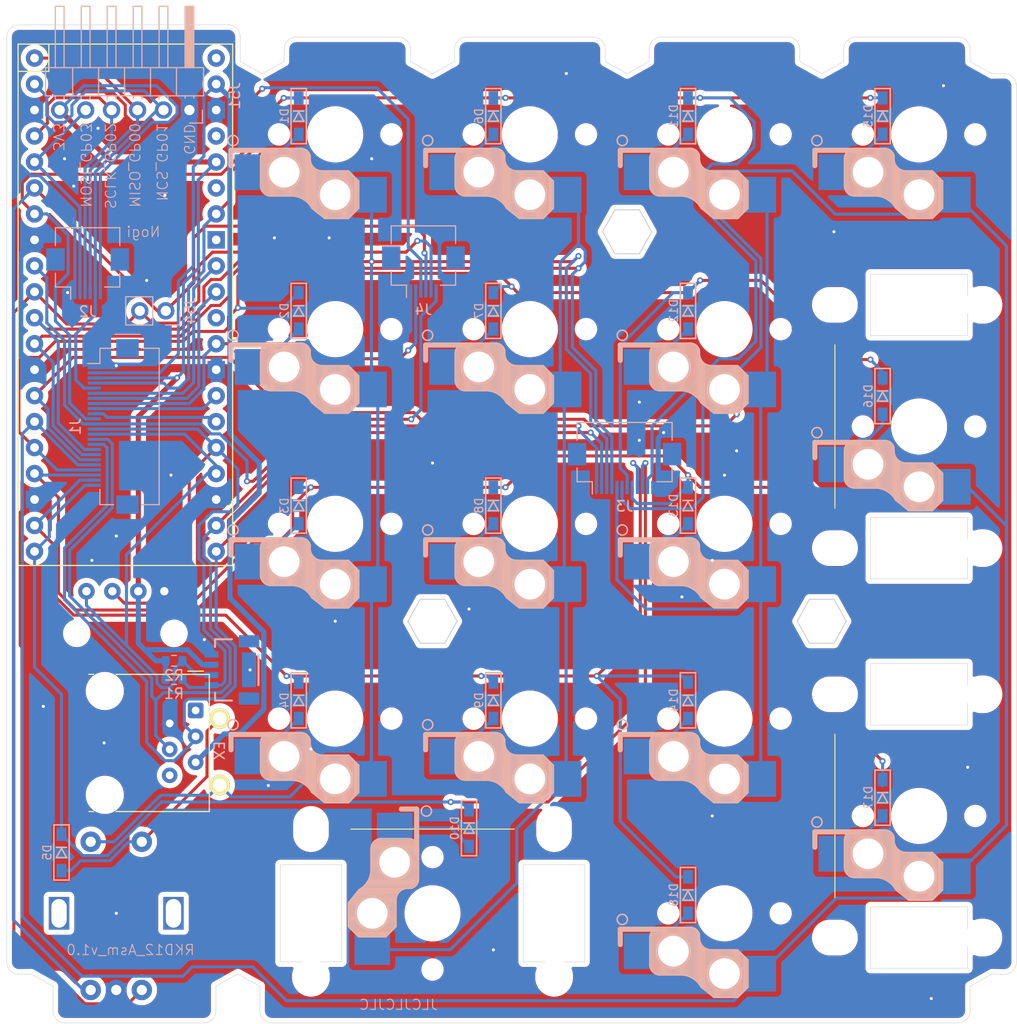
<source format=kicad_pcb>
(kicad_pcb (version 20241229) (generator "pcbnew") (generator_version "9.0")
  (layers (0 "F.Cu" signal) (2 "B.Cu" signal) (13 "F.Paste" user) (15 "B.Paste" user) (5 "F.SilkS" user "F.Silkscreen") (7 "B.SilkS" user "B.Silkscreen") (1 "F.Mask" user) (3 "B.Mask" user) (25 "Edge.Cuts" user))
  (net 0 "")
  (net 6 "Net-(D1-A)")
  (net 7 "COL9_R")
  (net 8 "SDA{slash}SCK_R")
  (net 9 "COL4_R")
  (net 10 "COL10_R")
  (net 11 "COL2_R")
  (net 12 "GP01_NCS_COL13_R")
  (net 13 "GND_R")
  (net 14 "COL8_R")
  (net 15 "COL6_R")
  (net 16 "VCC_R")
  (net 17 "COL3_R")
  (net 18 "COL7_R")
  (net 19 "COL5_R")
  (net 20 "SCL{slash}TX_R")
  (net 21 "3V3_R")
  (net 22 "COL12_R")
  (net 23 "COL11_R")
  (net 24 "GP02_SCLK_R")
  (net 25 "GP03_MOSI_R")
  (net 26 "GP00_MISO_R")
  (net 27 "Net-(D2-A)")
  (net 30 "Net-(D3-A)")
  (net 31 "GP04_RE_A_R")
  (net 32 "GP07_RE_B_R")
  (net 33 "COL0_GP17_R")
  (net 34 "COL1_GP16_R")
  (net 35 "Net-(D4-A)")
  (net 36 "Net-(D5-A)")
  (net 37 "Net-(D6-A)")
  (net 38 "Net-(D7-A)")
  (net 39 "Net-(D8-A)")
  (net 40 "Net-(D9-A)")
  (net 41 "Net-(D10-A)")
  (net 42 "Net-(D11-A)")
  (net 43 "Net-(D12-A)")
  (net 44 "Net-(D13-A)")
  (net 45 "Net-(D14-A)")
  (net 46 "Net-(D15-A)")
  (net 47 "Net-(D16-A)")
  (net 48 "Net-(D17-A)")
  (net 49 "Net-(D18-A)")
  (net 50 "ROW0_R")
  (net 51 "ROW1_R")
  (net 52 "ROW2_R")
  (net 53 "ROW3_R")
  (net 54 "ROW4_R")
  (footprint "kbd_Parts:Diode_SMD" (layer "F.Cu") (at 165.497014 61.317239 -90)
    (property "Reference" "D16")
    (property "Value" "D" (hide yes))
  )
  (footprint "kbd_Parts:Diode_SMD" (layer "F.Cu") (at 146.446998 33.932841 -90)
    (property "Reference" "D11")
    (property "Value" "D" (hide yes))
  )
  (footprint "kbd_Parts:Diode_SMD" (layer "F.Cu") (at 165.497014 100.607897 -90)
    (property "Reference" "D17")
    (property "Value" "D" (hide yes))
  )
  (footprint "Rikkodo_FootPrint:rkd_Asm_ChocV1V2_Hotswap_1u_NM" (layer "F.Cu") (at 130.96875 54.76875)
    (property "Reference" "SW7" (hide yes))
    (property "Value" "SW_Push" (hide yes))
  )
  (footprint "Rikkodo_FootPrint:rkd_Asm_ChocV1V2_Hotswap_1u_NM" (layer "F.Cu") (at 121.44375 111.91875 -90)
    (property "Reference" "SW10" (hide yes))
    (property "Value" "SW_Push" (hide yes))
  )
  (footprint "Rikkodo_FootPrint:rkd_Asm_ChocV1V2_Hotswap_1u_NM" (layer "F.Cu") (at 130.96875 35.71875)
    (property "Reference" "SW6" (hide yes))
    (property "Value" "SW_Push" (hide yes))
  )
  (footprint "kbd_Parts:Diode_SMD" (layer "F.Cu") (at 108.346966 91.082889 -90)
    (property "Reference" "D4")
    (property "Value" "D" (hide yes))
  )
  (footprint "kbd_Hole:m2_Spacer_Hole_hex" (layer "F.Cu") (at 121.443852 83.34382)
    (property "Reference" "Ref**")
    (property "Value" "Val**")
    (fp_line (start -2.4 0) (end -1.2 2.15) (stroke (width 0.1)) (layer "Edge.Cuts"))
    (fp_line (start -1.2 -2.15) (end -2.4 0) (stroke (width 0.1)) (layer "Edge.Cuts"))
    (fp_line (start -1.2 2.15) (end 1.2 2.15) (stroke (width 0.1)) (layer "Edge.Cuts"))
    (fp_line (start 1.2 -2.15) (end -1.2 -2.15) (stroke (width 0.1)) (layer "Edge.Cuts"))
    (fp_line (start 1.2 2.15) (end 2.4 0) (stroke (width 0.1)) (layer "Edge.Cuts"))
    (fp_line (start 2.4 0) (end 1.2 -2.15) (stroke (width 0.1)) (layer "Edge.Cuts"))
  )
  (footprint "Rikkodo_FootPrint:rkd_Asm_ChocV1V2_Hotswap_1u_NM" (layer "F.Cu") (at 111.91875 92.86875)
    (property "Reference" "SW4" (hide yes))
    (property "Value" "SW_Push" (hide yes))
  )
  (footprint "kbd_Parts:Diode_SMD" (layer "F.Cu") (at 108.346966 33.932841 -90)
    (property "Reference" "D1")
    (property "Value" "D" (hide yes))
  )
  (footprint "Rikkodo_FootPrint:rkd_Asm_ChocV1V2_Hotswap_1u_NM" (layer "F.Cu") (at 169.06875 102.39375)
    (property "Reference" "SW17" (hide yes))
    (property "Value" "SW_Push" (hide yes))
  )
  (footprint "Rikkodo_FootPrint:rkd_Guard_Screw_Hall" (layer "F.Cu") (at 91.380425 54.76866 -90)
    (property "Reference" "Point1" (hide yes))
    (property "Value" "Guard_Screw_Hall" (hide yes))
  )
  (footprint "Rikkodo_FootPrint:rkd_Asm_ChocV1V2_Hotswap_1u_NM" (layer "F.Cu") (at 150.01875 73.81875)
    (property "Reference" "SW13" (hide yes))
    (property "Value" "SW_Push" (hide yes))
  )
  (footprint "Rikkodo_FootPrint:rkd_Asm_ChocV2_PCBMountStab_2uL" (layer "F.Cu") (at 121.44375 111.91875 180)
    (property "Reference" "SW99" (hide yes))
    (property "Value" "KEY_SWITCH" (hide yes))
    (fp_line (start 14.9 4.75) (end 14.9 -4.75) (stroke (width 0.05)) (layer "Edge.Cuts"))
    (fp_line (start 14.9 -4.75) (end 8.9 -4.75) (stroke (width 0.05)) (layer "Edge.Cuts"))
    (fp_line (start 8.9 4.75) (end 14.9 4.75) (stroke (width 0.05)) (layer "Edge.Cuts"))
    (fp_line (start 8.9 -4.75) (end 8.9 4.75) (stroke (width 0.05)) (layer "Edge.Cuts"))
    (fp_line (start -8.9 4.75) (end -8.9 -4.75) (stroke (width 0.05)) (layer "Edge.Cuts"))
    (fp_line (start -8.9 -4.75) (end -14.9 -4.75) (stroke (width 0.05)) (layer "Edge.Cuts"))
    (fp_line (start -14.9 4.75) (end -8.9 4.75) (stroke (width 0.05)) (layer "Edge.Cuts"))
    (fp_line (start -14.9 -4.75) (end -14.9 4.75) (stroke (width 0.05)) (layer "Edge.Cuts"))
  )
  (footprint "Connector_RJ:RJ12_Amphenol_54601-x06_Horizontal" (layer "F.Cu") (at 98.2575 92.07 -90)
    (property "Reference" "J53" (hide yes))
    (property "Value" "6P6C")
  )
  (footprint "Rikkodo_FootPrint:rkd_Asm_ChocV1V2_Hotswap_1u_NM" (layer "F.Cu") (at 111.91875 35.71875)
    (property "Reference" "SW1" (hide yes))
    (property "Value" "SW_Push" (hide yes))
  )
  (footprint "kbd_Parts:Diode_SMD" (layer "F.Cu") (at 108.346966 72.032873 -90)
    (property "Reference" "D3")
    (property "Value" "D" (hide yes))
  )
  (footprint "kbd_Parts:Diode_SMD" (layer "F.Cu") (at 108.346966 52.982857 -90)
    (property "Reference" "D2")
    (property "Value" "D" (hide yes))
  )
  (footprint "kbd_Hole:m2_Spacer_Hole_hex" (layer "F.Cu") (at 159.543884 83.34382)
    (property "Reference" "Ref**")
    (property "Value" "Val**")
    (fp_line (start -2.4 0) (end -1.2 2.15) (stroke (width 0.1)) (layer "Edge.Cuts"))
    (fp_line (start -1.2 -2.15) (end -2.4 0) (stroke (width 0.1)) (layer "Edge.Cuts"))
    (fp_line (start -1.2 2.15) (end 1.2 2.15) (stroke (width 0.1)) (layer "Edge.Cuts"))
    (fp_line (start 1.2 -2.15) (end -1.2 -2.15) (stroke (width 0.1)) (layer "Edge.Cuts"))
    (fp_line (start 1.2 2.15) (end 2.4 0) (stroke (width 0.1)) (layer "Edge.Cuts"))
    (fp_line (start 2.4 0) (end 1.2 -2.15) (stroke (width 0.1)) (layer "Edge.Cuts"))
  )
  (footprint "kbd_Parts:Diode_SMD" (layer "F.Cu") (at 146.446998 91.082889 -90)
    (property "Reference" "D14")
    (property "Value" "D" (hide yes))
  )
  (footprint "kbd_Parts:Diode_SMD" (layer "F.Cu") (at 127.396982 72.032873 -90)
    (property "Reference" "D8")
    (property "Value" "D" (hide yes))
  )
  (footprint "Rikkodo_FootPrint:rkd_RPi_Pico_TH_NODBG" (layer "F.Cu") (at 91.380392 52.3875)
    (property "Reference" "U1" (hide yes))
    (property "Value" "Pico")
  )
  (footprint "kbd_Parts:Diode_SMD" (layer "F.Cu") (at 127.396875 91.082889 -90)
    (property "Reference" "D9")
    (property "Value" "D" (hide yes))
  )
  (footprint "kbd_Parts:Diode_SMD" (layer "F.Cu") (at 146.446998 72.032873 -90)
    (property "Reference" "D13")
    (property "Value" "D" (hide yes))
  )
  (footprint "BrownSugar_KBD:RotaryEncoder_EC11-Switch" (layer "F.Cu") (at 90.4875 111.91875)
    (property "Reference" "SW5" (hide yes))
    (property "Value" "RotaryEncoder_Switch")
  )
  (footprint "kbd_Parts:Diode_SMD" (layer "F.Cu") (at 85.129759 105.965625 -90)
    (property "Reference" "D5")
    (property "Value" "D" (hide yes))
  )
  (footprint "kbd_Hole:m2_Spacer_Hole_hex" (layer "F.Cu") (at 140.493868 45.243788)
    (property "Reference" "Ref**")
    (property "Value" "Val**")
    (fp_line (start -2.4 0) (end -1.2 2.15) (stroke (width 0.1)) (layer "Edge.Cuts"))
    (fp_line (start -1.2 -2.15) (end -2.4 0) (stroke (width 0.1)) (layer "Edge.Cuts"))
    (fp_line (start -1.2 2.15) (end 1.2 2.15) (stroke (width 0.1)) (layer "Edge.Cuts"))
    (fp_line (start 1.2 -2.15) (end -1.2 -2.15) (stroke (width 0.1)) (layer "Edge.Cuts"))
    (fp_line (start 1.2 2.15) (end 2.4 0) (stroke (width 0.1)) (layer "Edge.Cuts"))
    (fp_line (start 2.4 0) (end 1.2 -2.15) (stroke (width 0.1)) (layer "Edge.Cuts"))
  )
  (footprint "BrownSugar_KBD:OLED_center_display" (layer "F.Cu") (at 91.380392 61.9125)
    (property "Reference" "OL1")
    (property "Value" "OLED")
  )
  (footprint "Rikkodo_FootPrint:rkd_Asm_ChocV2_PCBMountStab_2uL" (layer "F.Cu") (at 169.06875 64.29375 -90)
    (property "Reference" "SW99" (hide yes))
    (property "Value" "KEY_SWITCH" (hide yes))
    (fp_line (start -14.9 4.75) (end -8.9 4.75) (stroke (width 0.05)) (layer "Edge.Cuts"))
    (fp_line (start -8.9 4.75) (end -8.9 -4.75) (stroke (width 0.05)) (layer "Edge.Cuts"))
    (fp_line (start 8.9 4.75) (end 14.9 4.75) (stroke (width 0.05)) (layer "Edge.Cuts"))
    (fp_line (start 14.9 4.75) (end 14.9 -4.75) (stroke (width 0.05)) (layer "Edge.Cuts"))
    (fp_line (start -14.9 -4.75) (end -14.9 4.75) (stroke (width 0.05)) (layer "Edge.Cuts"))
    (fp_line (start -8.9 -4.75) (end -14.9 -4.75) (stroke (width 0.05)) (layer "Edge.Cuts"))
    (fp_line (start 8.9 -4.75) (end 8.9 4.75) (stroke (width 0.05)) (layer "Edge.Cuts"))
    (fp_line (start 14.9 -4.75) (end 8.9 -4.75) (stroke (width 0.05)) (layer "Edge.Cuts"))
  )
  (footprint "Rikkodo_FootPrint:rkd_Asm_ChocV1V2_Hotswap_1u_NM" (layer "F.Cu") (at 150.01875 54.76875)
    (property "Reference" "SW12" (hide yes))
    (property "Value" "SW_Push" (hide yes))
  )
  (footprint "Rikkodo_FootPrint:rkd_Asm_ChocV2_PCBMountStab_2uL" (layer "F.Cu") (at 169.06875 102.39375 -90)
    (property "Reference" "SW99" (hide yes))
    (property "Value" "KEY_SWITCH" (hide yes))
    (fp_line (start -14.9 4.75) (end -8.9 4.75) (stroke (width 0.05)) (layer "Edge.Cuts"))
    (fp_line (start -8.9 4.75) (end -8.9 -4.75) (stroke (width 0.05)) (layer "Edge.Cuts"))
    (fp_line (start 8.9 4.75) (end 14.9 4.75) (stroke (width 0.05)) (layer "Edge.Cuts"))
    (fp_line (start 14.9 4.75) (end 14.9 -4.75) (stroke (width 0.05)) (layer "Edge.Cuts"))
    (fp_line (start -14.9 -4.75) (end -14.9 4.75) (stroke (width 0.05)) (layer "Edge.Cuts"))
    (fp_line (start -8.9 -4.75) (end -14.9 -4.75) (stroke (width 0.05)) (layer "Edge.Cuts"))
    (fp_line (start 8.9 -4.75) (end 8.9 4.75) (stroke (width 0.05)) (layer "Edge.Cuts"))
    (fp_line (start 14.9 -4.75) (end 8.9 -4.75) (stroke (width 0.05)) (layer "Edge.Cuts"))
  )
  (footprint "Rikkodo_FootPrint:rkd_Asm_ChocV1V2_Hotswap_1u_NM" (layer "F.Cu") (at 150.01875 35.71875)
    (property "Reference" "SW11" (hide yes))
    (property "Value" "SW_Push" (hide yes))
  )
  (footprint "Rikkodo_FootPrint:rkd_Asm_ChocV1V2_Hotswap_1u_NM" (layer "F.Cu") (at 169.06875 35.71875)
    (property "Reference" "SW15" (hide yes))
    (property "Value" "SW_Push" (hide yes))
  )
  (footprint "Rikkodo_FootPrint:rkd_Asm_ChocV1V2_Hotswap_1u_NM" (layer "F.Cu") (at 169.06875 64.29375)
    (property "Reference" "SW16" (hide yes))
    (property "Value" "SW_Push" (hide yes))
  )
  (footprint "kbd_Parts:Diode_SMD" (layer "F.Cu") (at 127.396982 33.932841 -90)
    (property "Reference" "D6")
    (property "Value" "D" (hide yes))
  )
  (footprint "Rikkodo_FootPrint:rkd_Asm_ChocV1V2_Hotswap_1u_NM" (layer "F.Cu") (at 130.96875 73.81875)
    (property "Reference" "SW8" (hide yes))
    (property "Value" "SW_Push" (hide yes))
  )
  (footprint "Rikkodo_FootPrint:rkd_Asm_ChocV1V2_Hotswap_1u_NM" (layer "F.Cu") (at 111.91875 54.76875)
    (property "Reference" "SW2" (hide yes))
    (property "Value" "SW_Push" (hide yes))
  )
  (footprint "kbd_Parts:Diode_SMD" (layer "F.Cu") (at 125.015625 103.584375 -90)
    (property "Reference" "D10")
    (property "Value" "D" (hide yes))
  )
  (footprint "kbd_Parts:Diode_SMD" (layer "F.Cu") (at 146.446998 52.982857 -90)
    (property "Reference" "D12")
    (property "Value" "D" (hide yes))
  )
  (footprint "Rikkodo_FootPrint:rkd_Asm_ChocV1V2_Hotswap_1u_NM" (layer "F.Cu") (at 130.96875 92.86875)
    (property "Reference" "SW9" (hide yes))
    (property "Value" "SW_Push" (hide yes))
  )
  (footprint "kbd_Parts:ResetSW" (layer "F.Cu") (at 100.607897 96.118828 90)
    (property "Reference" "SW19" (hide yes))
    (property "Value" "SW_Push")
  )
  (footprint "Rikkodo_FootPrint:rkd_Asm_ChocV1V2_Hotswap_1u_NM" (layer "F.Cu") (at 111.91875 73.81875)
    (property "Reference" "SW3" (hide yes))
    (property "Value" "SW_Push" (hide yes))
  )
  (footprint "kbd_Parts:Diode_SMD" (layer "F.Cu") (at 127.396875 52.982857 -90)
    (property "Reference" "D7")
    (property "Value" "D" (hide yes))
  )
  (footprint "Rikkodo_FootPrint:rkd_Asm_ChocV1V2_Hotswap_1u_NM" (layer "F.Cu") (at 150.01875 92.86875)
    (property "Reference" "SW14" (hide yes))
    (property "Value" "SW_Push" (hide yes))
  )
  (footprint "kbd_Parts:Diode_SMD" (layer "F.Cu") (at 165.497014 33.932841 -90)
    (property "Reference" "D15")
    (property "Value" "D" (hide yes))
  )
  (footprint "Rikkodo_FootPrint:rkd_Asm_ChocV1V2_Hotswap_1u_NM" (layer "F.Cu") (at 150.01875 111.91875)
    (property "Reference" "SW18" (hide yes))
    (property "Value" "SW_Push" (hide yes))
  )
  (footprint "kbd_Parts:Diode_SMD" (layer "F.Cu") (at 146.446998 110.132905 -90)
    (property "Reference" "D18")
    (property "Value" "D" (hide yes))
  )
  (footprint "DreaM117er-keebLibrary:Hirose_FH12-6S-0.5SH_1x06-1MP_P0.50mm_Horizontal" (layer "B.Cu") (at 120.55068 49.170272)
    (property "Reference" "J4")
    (property "Value" "Conn_01x06")
  )
  (footprint "Connector_PinHeader_2.54mm:PinHeader_1x06_P2.54mm_Horizontal" (layer "B.Cu") (at 97.651017 33.3375 90)
    (property "Reference" "J51")
    (property "Value" "Conn_01x06" (hide yes))
  )
  (footprint "Resistor_SMD:R_0603_1608Metric" (layer "B.Cu") (at 96.142888 87.213208)
    (property "Reference" "R2")
    (property "Value" "1kΩ")
  )
  (footprint "SparkFun-Connector:JST_SMD_1.0mm-4_Black" (layer "B.Cu") (at 99.809308 88.106176 -90)
    (property "Reference" "J52")
    (property "Value" "Qwiic_RA")
  )
  (footprint "Connector_PinHeader_2.54mm:PinHeader_1x02_P2.54mm_Vertical" (layer "B.Cu") (at 95.334454 52.982857 90)
    (property "Reference" "J54")
    (property "Value" "Conn_01x02_Socket")
  )
  (footprint "Resistor_SMD:R_0603_1608Metric" (layer "B.Cu") (at 96.142888 88.999144)
    (property "Reference" "R1")
    (property "Value" "1kΩ")
  )
  (footprint "Connector_FFC-FPC:Hirose_FH12-6S-0.5SH_1x06-1MP_P0.50mm_Horizontal" (layer "B.Cu") (at 87.684446 49.346918)
    (property "Reference" "J2")
    (property "Value" "Conn_01x06")
  )
  (footprint "DreaM117er-keebLibrary:Hirose_FH12-12S-0.5SH_1x12-1MP_P0.50mm_Horizontal" (layer "B.Cu") (at 140.24375 68.396875)
    (property "Reference" "J3")
    (property "Value" "Conn_01x12")
  )
  (footprint "Connector_FFC-FPC:Hirose_FH12-24S-0.5SH_1x24-1MP_P0.50mm_Horizontal" (layer "B.Cu") (at 90.189767 64.29375 -90)
    (property "Reference" "J1")
    (property "Value" "Conn_01x24")
  )
  (gr_line (start 138.34375 27.384375) (end 138.343662 28.584352) (stroke (width 0.05)) (layer "Edge.Cuts"))
  (gr_line (start 142.64375 28.584375) (end 142.643707 27.384363) (stroke (width 0.05)) (layer "Edge.Cuts"))
  (gr_line (start 104.775 29.784375) (end 106.925 28.584375) (stroke (width 0.05)) (layer "Edge.Cuts"))
  (gr_arc (start 80.962353 117.871875) (mid 80.120558 117.523192) (end 79.771875 116.681397) (stroke (width 0.05)) (layer "Edge.Cuts"))
  (gr_arc (start 123.59375 27.384375) (mid 123.942476 26.542476) (end 124.784375 26.19375) (stroke (width 0.05)) (layer "Edge.Cuts"))
  (gr_line (start 174.0625 119.053125) (end 176.2125 117.853125) (stroke (width 0.05)) (layer "Edge.Cuts"))
  (gr_line (start 161.69375 28.584375) (end 161.693751 27.384375) (stroke (width 0.05)) (layer "Edge.Cuts"))
  (gr_arc (start 106.925 27.384375) (mid 107.273726 26.542476) (end 108.115625 26.19375) (stroke (width 0.05)) (layer "Edge.Cuts"))
  (gr_line (start 79.771728 26.193897) (end 79.771875 116.688637) (stroke (width 0.05)) (layer "Edge.Cuts"))
  (gr_line (start 123.59375 28.584375) (end 123.59375 27.384375) (stroke (width 0.05)) (layer "Edge.Cuts"))
  (gr_arc (start 118.103125 26.19375) (mid 118.945024 26.542476) (end 119.29375 27.384375) (stroke (width 0.05)) (layer "Edge.Cuts"))
  (gr_line (start 102.625 26.184375) (end 102.624912 28.584352) (stroke (width 0.05)) (layer "Edge.Cuts"))
  (gr_line (start 143.834356 26.193738) (end 156.203056 26.193738) (stroke (width 0.05)) (layer "Edge.Cuts"))
  (gr_arc (start 156.203081 26.193738) (mid 157.04498 26.542464) (end 157.393706 27.384363) (stroke (width 0.05)) (layer "Edge.Cuts"))
  (gr_arc (start 85.493603 122.64375) (mid 84.651704 122.295024) (end 84.302978 121.453125) (stroke (width 0.05)) (layer "Edge.Cuts"))
  (gr_arc (start 79.771875 26.19375) (mid 80.120601 25.351851) (end 80.9625 25.003125) (stroke (width 0.05)) (layer "Edge.Cuts"))
  (gr_line (start 82.152978 117.853125) (end 84.302978 119.053125) (stroke (width 0.05)) (layer "Edge.Cuts"))
  (gr_line (start 101.434375 24.99375) (end 80.9625 25.003125) (stroke (width 0.05)) (layer "Edge.Cuts"))
  (gr_line (start 174.0625 121.453125) (end 174.0625 119.053125) (stroke (width 0.05)) (layer "Edge.Cuts"))
  (gr_line (start 105.7344 122.64375) (end 172.871875 122.64375) (stroke (width 0.05)) (layer "Edge.Cuts"))
  (gr_line (start 80.962353 117.871875) (end 82.152978 117.853125) (stroke (width 0.05)) (layer "Edge.Cuts"))
  (gr_arc (start 178.59375 116.68125) (mid 178.245024 117.523149) (end 177.403125 117.871875) (stroke (width 0.05)) (layer "Edge.Cuts"))
  (gr_line (start 106.925 28.584375) (end 106.925 27.384375) (stroke (width 0.05)) (layer "Edge.Cuts"))
  (gr_line (start 159.54375 29.784375) (end 161.69375 28.584375) (stroke (width 0.05)) (layer "Edge.Cuts"))
  (gr_arc (start 105.734375 122.64375) (mid 104.892476 122.295024) (end 104.54375 121.453125) (stroke (width 0.05)) (layer "Edge.Cuts"))
  (gr_line (start 84.302978 119.053125) (end 84.302978 121.453125) (stroke (width 0.05)) (layer "Edge.Cuts"))
  (gr_arc (start 101.434375 24.99375) (mid 102.276274 25.342476) (end 102.625 26.184375) (stroke (width 0.05)) (layer "Edge.Cuts"))
  (gr_arc (start 100.24375 121.453125) (mid 99.895024 122.295024) (end 99.053125 122.64375) (stroke (width 0.05)) (layer "Edge.Cuts"))
  (gr_line (start 119.293662 28.584375) (end 121.443662 29.784375) (stroke (width 0.05)) (layer "Edge.Cuts"))
  (gr_line (start 124.7844 26.19375) (end 137.1531 26.19375) (stroke (width 0.05)) (layer "Edge.Cuts"))
  (gr_line (start 104.543838 119.053125) (end 102.393838 117.853125) (stroke (width 0.05)) (layer "Edge.Cuts"))
  (gr_line (start 85.4936 122.64375) (end 99.053125 122.643749) (stroke (width 0.05)) (layer "Edge.Cuts"))
  (gr_line (start 157.393662 28.584352) (end 159.543662 29.784375) (stroke (width 0.05)) (layer "Edge.Cuts"))
  (gr_line (start 119.29375 27.384375) (end 119.293662 28.584352) (stroke (width 0.05)) (layer "Edge.Cuts"))
  (gr_arc (start 161.69375 27.384375) (mid 162.042476 26.542476) (end 162.884375 26.19375) (stroke (width 0.05)) (layer "Edge.Cuts"))
  (gr_line (start 138.343662 28.584375) (end 140.493662 29.784375) (stroke (width 0.05)) (layer "Edge.Cuts"))
  (gr_line (start 100.24375 119.053125) (end 100.24375 121.453125) (stroke (width 0.05)) (layer "Edge.Cuts"))
  (gr_line (start 121.44375 29.784375) (end 123.59375 28.584375) (stroke (width 0.05)) (layer "Edge.Cuts"))
  (gr_line (start 104.54375 121.453125) (end 104.543838 119.053148) (stroke (width 0.05)) (layer "Edge.Cuts"))
  (gr_line (start 102.624912 28.584375) (end 104.774912 29.784375) (stroke (width 0.05)) (layer "Edge.Cuts"))
  (gr_line (start 157.393662 28.584352) (end 157.393706 27.384363) (stroke (width 0.05)) (layer "Edge.Cuts"))
  (gr_line (start 140.49375 29.784375) (end 142.64375 28.584375) (stroke (width 0.05)) (layer "Edge.Cuts"))
  (gr_line (start 108.115625 26.19375) (end 118.103125 26.19375) (stroke (width 0.05)) (layer "Edge.Cuts"))
  (gr_line (start 178.59375 116.68125) (end 178.59375 30.95625) (stroke (width 0.05)) (layer "Edge.Cuts"))
  (gr_arc (start 177.403125 29.765625) (mid 178.245024 30.114351) (end 178.59375 30.95625) (stroke (width 0.05)) (layer "Edge.Cuts"))
  (gr_line (start 172.8719 26.19375) (end 162.884375 26.19375) (stroke (width 0.05)) (layer "Edge.Cuts"))
  (gr_line (start 176.2125 117.853125) (end 177.403125 117.871875) (stroke (width 0.05)) (layer "Edge.Cuts"))
  (gr_arc (start 172.871875 26.19375) (mid 173.713774 26.542476) (end 174.0625 27.384375) (stroke (width 0.05)) (layer "Edge.Cuts"))
  (gr_line (start 102.39375 117.853125) (end 100.24375 119.053125) (stroke (width 0.05)) (layer "Edge.Cuts"))
  (gr_arc (start 137.153125 26.19375) (mid 137.995024 26.542476) (end 138.34375 27.384375) (stroke (width 0.05)) (layer "Edge.Cuts"))
  (gr_line (start 174.0625 27.384375) (end 174.0625 28.584375) (stroke (width 0.05)) (layer "Edge.Cuts"))
  (gr_arc (start 142.643706 27.384363) (mid 142.992432 26.542464) (end 143.834331 26.193738) (stroke (width 0.05)) (layer "Edge.Cuts"))
  (gr_arc (start 174.0625 121.453125) (mid 173.713774 122.295024) (end 172.871875 122.64375) (stroke (width 0.05)) (layer "Edge.Cuts"))
  (gr_line (start 174.0625 28.584375) (end 176.2125 29.784375) (stroke (width 0.05)) (layer "Edge.Cuts"))
  (gr_line (start 176.2125 29.784375) (end 177.403125 29.765625) (stroke (width 0.05)) (layer "Edge.Cuts"))
  (gr_text "Nogi\n" (at 91.414454 45.839024 0) (layer "B.SilkS") (effects (font (size 1 1) (thickness 0.1)) (justify right bottom mirror)))
  (gr_text "MOSI_GP03" (at 86.915585 34.528052 270) (layer "B.SilkS") (effects (font (size 1 1) (thickness 0.1)) (justify right bottom mirror)))
  (gr_text "JLCJLCJLC" (at 122.039165 121.443852 0) (layer "B.SilkS") (effects (font (size 1 1) (thickness 0.1)) (justify left bottom mirror)))
  (gr_text "3V3" (at 84.236681 34.528052 270) (layer "B.SilkS") (effects (font (size 1 1) (thickness 0.1)) (justify right bottom mirror)))
  (gr_text "SCLK_GP02" (at 89.296833 34.528052 270) (layer "B.SilkS") (effects (font (size 1 1) (thickness 0.1)) (justify right bottom mirror)))
  (gr_text "MISO_GP00" (at 91.678081 34.528052 270) (layer "B.SilkS") (effects (font (size 1 1) (thickness 0.1)) (justify right bottom mirror)))
  (gr_text "RKD12_Asm_v1.0" (at 98.226645 116.086035 0) (layer "B.SilkS") (effects (font (size 1 1) (thickness 0.1)) (justify left bottom mirror)))
  (gr_text "NCS_GP01" (at 94.356985 34.528052 270) (layer "B.SilkS") (effects (font (size 1 1) (thickness 0.1)) (justify right bottom mirror)))
  (gr_text "GND" (at 97.035889 34.6075 270) (layer "B.SilkS") (effects (font (size 1 1) (thickness 0.1)) (justify right bottom mirror)))
  (segment (start 103.584375 39.403125) (end 103.56875 39.41875) (width 0.3) (layer "B.Cu") (net 6))
  (segment (start 103.56875 39.41875) (end 105.46975 37.51775) (width 0.3) (layer "B.Cu") (net 6))
  (segment (start 106.537057 37.51775) (end 108.346966 35.707841) (width 0.3) (layer "B.Cu") (net 6))
  (segment (start 105.46975 37.51775) (end 106.537057 37.51775) (width 0.3) (layer "B.Cu") (net 6))
  (segment (start 88.339767 62.54375) (end 99.004142 62.54375) (width 0.3) (layer "B.Cu") (net 7))
  (segment (start 99.004142 62.54375) (end 100.270392 61.2775) (width 0.3) (layer "B.Cu") (net 7))
  (segment (start 91.489392 85.720764) (end 87.570392 81.801764) (width 0.3) (layer "B.Cu") (net 8))
  (segment (start 88.339767 65.04375) (end 97.190652 65.04375) (width 0.3) (layer "B.Cu") (net 8))
  (segment (start 96.142888 89.433918) (end 96.142888 88.038208) (width 0.3) (layer "B.Cu") (net 8))
  (segment (start 95.751662 89.825144) (end 96.142888 89.433918) (width 0.3) (layer "B.Cu") (net 8))
  (segment (start 97.190652 65.04375) (end 100.270392 68.12349) (width 0.3) (layer "B.Cu") (net 8))
  (segment (start 96.967888 87.213208) (end 98.360856 88.606176) (width 0.3) (layer "B.Cu") (net 8))
  (segment (start 96.855348 87.510864) (end 96.967888 87.510864) (width 0.5) (layer "B.Cu") (net 8))
  (segment (start 91.489392 76.825379) (end 91.489392 85.720764) (width 0.3) (layer "B.Cu") (net 8))
  (segment (start 99.417271 68.8975) (end 100.270392 68.8975) (width 0.3) (layer "B.Cu") (net 8))
  (segment (start 94.466141 89.407171) (end 94.884114 89.825144) (width 0.3) (layer "B.Cu") (net 8))
  (segment (start 94.884114 89.825144) (end 95.751662 89.825144) (width 0.3) (layer "B.Cu") (net 8))
  (segment (start 100.270392 68.12349) (end 100.270392 68.8975) (width 0.3) (layer "B.Cu") (net 8))
  (segment (start 94.466141 88.697513) (end 94.466141 89.407171) (width 0.3) (layer "B.Cu") (net 8))
  (segment (start 91.489392 85.720764) (end 94.466141 88.697513) (width 0.3) (layer "B.Cu") (net 8))
  (segment (start 96.142888 88.038208) (end 96.967888 87.213208) (width 0.3) (layer "B.Cu") (net 8))
  (segment (start 99.417271 68.8975) (end 91.489392 76.825379) (width 0.3) (layer "B.Cu") (net 8))
  (segment (start 98.360856 88.606176) (end 99.809308 88.606176) (width 0.3) (layer "B.Cu") (net 8))
  (segment (start 87.570392 81.801764) (end 87.570392 80.4125) (width 0.3) (layer "B.Cu") (net 8))
  (segment (start 100.270392 68.8975) (end 100.270392 69.129541) (width 0.3) (layer "B.Cu") (net 8))
  (segment (start 87.570392 80.4125) (end 87.815736 80.657843) (width 0.3) (layer "B.Cu") (net 8))
  (segment (start 136.92199 64.238117) (end 150.074383 64.238117) (width 0.3) (layer "F.Cu") (net 9))
  (segment (start 101.589625 57.5365) (end 106.991242 62.938117) (width 0.3) (layer "F.Cu") (net 9))
  (segment (start 120.27971 63.588117) (end 136.27199 63.588117) (width 0.3) (layer "F.Cu") (net 9))
  (segment (start 82.490392 61.2775) (end 86.231392 57.5365) (width 0.3) (layer "F.Cu") (net 9))
  (segment (start 136.27199 63.588117) (end 136.92199 64.238117) (width 0.3) (layer "F.Cu") (net 9))
  (segment (start 119.62971 62.938117) (end 120.27971 63.588117) (width 0.3) (layer "F.Cu") (net 9))
  (segment (start 106.991242 62.938117) (end 119.62971 62.938117) (width 0.3) (layer "F.Cu") (net 9))
  (segment (start 150.074383 64.238117) (end 151.209375 63.103125) (width 0.3) (layer "F.Cu") (net 9))
  (segment (start 86.231392 57.5365) (end 101.589625 57.5365) (width 0.3) (layer "F.Cu") (net 9))
  (via (at 151.209375 63.103125) (size 0.6) (drill 0.3) (layers "F.Cu" "B.Cu") (net 9))
  (segment (start 151.134375 82.153125) (end 153.56875 79.71875) (width 0.3) (layer "B.Cu") (net 9))
  (segment (start 153.56875 41.61875) (end 154.186067 42.236067) (width 0.3) (layer "B.Cu") (net 9))
  (segment (start 83.807028 62.594136) (end 83.807028 64.425616) (width 0.3) (layer "B.Cu") (net 9))
  (segment (start 83.807028 64.425616) (end 86.925162 67.54375) (width 0.3) (layer "B.Cu") (net 9))
  (segment (start 154.186067 42.236067) (end 154.186067 60.051433) (width 0.3) (layer "B.Cu") (net 9))
  (segment (start 139.49375 79.29575) (end 142.351125 82.153125) (width 0.3) (layer "B.Cu") (net 9))
  (segment (start 139.49375 70.246875) (end 139.49375 79.29575) (width 0.3) (layer "B.Cu") (net 9))
  (segment (start 151.209375 63.103125) (end 151.209375 63.028125) (width 0.3) (layer "B.Cu") (net 9))
  (segment (start 82.490392 61.2775) (end 83.807028 62.594136) (width 0.3) (layer "B.Cu") (net 9))
  (segment (start 153.56875 60.66875) (end 153.56875 79.71875) (width 0.3) (layer "B.Cu") (net 9))
  (segment (start 86.925162 67.54375) (end 88.339767 67.54375) (width 0.3) (layer "B.Cu") (net 9))
  (segment (start 142.351125 82.153125) (end 151.134375 82.153125) (width 0.3) (layer "B.Cu") (net 9))
  (segment (start 153.56875 79.71875) (end 153.56875 98.76875) (width 0.3) (layer "B.Cu") (net 9))
  (segment (start 154.186067 60.051433) (end 153.56875 60.66875) (width 0.3) (layer "B.Cu") (net 9))
  (segment (start 151.209375 63.028125) (end 153.56875 60.66875) (width 0.3) (layer "B.Cu") (net 9))
  (segment (start 118.244946 57.66975) (end 119.0624 56.852296) (width 0.3) (layer "F.Cu") (net 10))
  (segment (start 109.244866 56.1975) (end 110.717116 57.66975) (width 0.3) (layer "F.Cu") (net 10))
  (segment (start 100.270392 56.1975) (end 109.244866 56.1975) (width 0.3) (layer "F.Cu") (net 10))
  (segment (start 110.717116 57.66975) (end 118.244946 57.66975) (width 0.3) (layer "F.Cu") (net 10))
  (via (at 119.0624 56.852296) (size 0.6) (drill 0.3) (layers "F.Cu" "B.Cu") (net 10))
  (segment (start 119.80068 56.114016) (end 119.80068 51.020272) (width 0.3) (layer "B.Cu") (net 10))
  (segment (start 99.069392 60.605482) (end 97.631124 62.04375) (width 0.3) (layer "B.Cu") (net 10))
  (segment (start 119.0624 56.852296) (end 119.80068 56.114016) (width 0.3) (layer "B.Cu") (net 10))
  (segment (start 100.270392 56.1975) (end 99.069392 57.3985) (width 0.3) (layer "B.Cu") (net 10))
  (segment (start 97.631124 62.04375) (end 88.339767 62.04375) (width 0.3) (layer "B.Cu") (net 10))
  (segment (start 99.069392 57.3985) (end 99.069392 60.605482) (width 0.3) (layer "B.Cu") (net 10))
  (segment (start 96.752151 54.76875) (end 99.069392 52.451509) (width 0.3) (layer "F.Cu") (net 11))
  (segment (start 135.190625 48.165625) (end 135.73125 47.625) (width 0.3) (layer "F.Cu") (net 11))
  (segment (start 102.448564 48.165625) (end 115.490722 48.165625) (width 0.3) (layer "F.Cu") (net 11))
  (segment (start 99.069392 52.451509) (end 99.069392 50.620028) (width 0.3) (layer "F.Cu") (net 11))
  (segment (start 100.697689 49.9165) (end 102.448564 48.165625) (width 0.3) (layer "F.Cu") (net 11))
  (segment (start 115.490722 48.165625) (end 135.190625 48.165625) (width 0.3) (layer "F.Cu") (net 11))
  (segment (start 83.601642 54.76875) (end 96.752151 54.76875) (width 0.3) (layer "F.Cu") (net 11))
  (segment (start 99.77292 49.9165) (end 100.697689 49.9165) (width 0.3) (layer "F.Cu") (net 11))
  (segment (start 82.490392 53.6575) (end 83.601642 54.76875) (width 0.3) (layer "F.Cu") (net 11))
  (segment (start 99.069392 50.620028) (end 99.77292 49.9165) (width 0.3) (layer "F.Cu") (net 11))
  (via (at 115.490722 48.165625) (size 0.6) (drill 0.3) (layers "F.Cu" "B.Cu") (net 11))
  (via (at 135.73125 47.625) (size 0.6) (drill 0.3) (layers "F.Cu" "B.Cu") (net 11))
  (segment (start 90.285311 104.91875) (end 87.9875 104.91875) (width 0.3) (layer "B.Cu") (net 11))
  (segment (start 116.08584 79.10166) (end 115.46875 79.71875) (width 0.3) (layer "B.Cu") (net 11))
  (segment (start 115.490722 48.165625) (end 115.46875 48.187597) (width 0.3) (layer "B.Cu") (net 11))
  (segment (start 134.540738 56.738738) (end 136.921875 59.119875) (width 0.3) (layer "B.Cu") (net 11))
  (segment (start 115.46875 48.187597) (end 115.46875 60.66875) (width 0.3) (layer "B.Cu") (net 11))
  (segment (start 135.73125 47.625) (end 134.540738 48.815512) (width 0.3) (layer "B.Cu") (net 11))
  (segment (start 113.56775 96.86775) (end 115.46875 98.76875) (width 0.3) (layer "B.Cu") (net 11))
  (segment (start 82.490392 53.6575) (end 84.811116 55.978224) (width 0.3) (layer "B.Cu") (net 11))
  (segment (start 87.379626 66.54375) (end 88.339767 66.54375) (width 0.3) (layer "B.Cu") (net 11))
  (segment (start 138.49375 65.484375) (end 138.49375 70.246875) (width 0.3) (layer "B.Cu") (net 11))
  (segment (start 94.73575 100.52675) (end 94.67731 100.52675) (width 0.3) (layer "B.Cu") (net 11))
  (segment (start 136.921875 63.9125) (end 138.49375 65.484375) (width 0.3) (layer "B.Cu") (net 11))
  (segment (start 107.47233 100.52675) (end 111.13133 96.86775) (width 0.3) (layer "B.Cu") (net 11))
  (segment (start 94.67731 100.52675) (end 90.285311 104.91875) (width 0.3) (layer "B.Cu") (net 11))
  (segment (start 111.13133 96.86775) (end 113.56775 96.86775) (width 0.3) (layer "B.Cu") (net 11))
  (segment (start 100.607897 99.368828) (end 99.607897 100.368828) (width 0.3) (layer "B.Cu") (net 11))
  (segment (start 94.893672 100.368828) (end 94.73575 100.52675) (width 0.3) (layer "B.Cu") (net 11))
  (segment (start 115.46875 48.143653) (end 115.46875 41.61875) (width 0.3) (layer "B.Cu") (net 11))
  (segment (start 134.540738 48.815512) (end 134.540738 56.738738) (width 0.3) (layer "B.Cu") (net 11))
  (segment (start 84.811116 63.97524) (end 87.379626 66.54375) (width 0.3) (layer "B.Cu") (net 11))
  (segment (start 99.607897 100.368828) (end 94.893672 100.368828) (width 0.3) (layer "B.Cu") (net 11))
  (segment (start 84.811116 55.978224) (end 84.811116 63.97524) (width 0.3) (layer "B.Cu") (net 11))
  (segment (start 115.46875 60.66875) (end 116.08584 61.28584) (width 0.3) (layer "B.Cu") (net 11))
  (segment (start 100.607897 99.368828) (end 101.765819 100.52675) (width 0.3) (layer "B.Cu") (net 11))
  (segment (start 101.765819 100.52675) (end 107.47233 100.52675) (width 0.3) (layer "B.Cu") (net 11))
  (segment (start 116.08584 61.28584) (end 116.08584 79.10166) (width 0.3) (layer "B.Cu") (net 11))
  (segment (start 115.490722 48.165625) (end 115.46875 48.143653) (width 0.3) (layer "B.Cu") (net 11))
  (segment (start 136.921875 59.119875) (end 136.921875 63.9125) (width 0.3) (layer "B.Cu") (net 11))
  (segment (start 115.46875 79.71875) (end 115.46875 98.76875) (width 0.3) (layer "B.Cu") (net 11))
  (segment (start 88.434446 51.196918) (end 88.434446 39.400978) (width 0.3) (layer "B.Cu") (net 12))
  (segment (start 85.448488 34.5385) (end 84.394921 34.5385) (width 0.3) (layer "B.Cu") (net 12))
  (segment (start 87.539787 31.45725) (end 86.152017 32.84502) (width 0.3) (layer "B.Cu") (net 12))
  (segment (start 86.152017 33.834971) (end 85.448488 34.5385) (width 0.3) (layer "B.Cu") (net 12))
  (segment (start 87.332746 60.54375) (end 88.339767 60.54375) (width 0.3) (layer "B.Cu") (net 12))
  (segment (start 86.52354 55.2509) (end 86.52354 59.734544) (width 0.3) (layer "B.Cu") (net 12))
  (segment (start 83.691392 31.9985) (end 82.490392 30.7975) (width 0.3) (layer "B.Cu") (net 12))
  (segment (start 88.434446 51.196918) (end 88.434446 53.339994) (width 0.3) (layer "B.Cu") (net 12))
  (segment (start 86.52354 59.734544) (end 87.332746 60.54375) (width 0.3) (layer "B.Cu") (net 12))
  (segment (start 83.691392 33.834971) (end 83.691392 31.9985) (width 0.3) (layer "B.Cu") (net 12))
  (segment (start 88.434446 39.400978) (end 94.497924 33.3375) (width 0.3) (layer "B.Cu") (net 12))
  (segment (start 84.394921 34.5385) (end 83.691392 33.834971) (width 0.3) (layer "B.Cu") (net 12))
  (segment (start 86.152017 32.84502) (end 86.152017 33.834971) (width 0.3) (layer "B.Cu") (net 12))
  (segment (start 93.230767 31.45725) (end 87.539787 31.45725) (width 0.3) (layer "B.Cu") (net 12))
  (segment (start 88.434446 53.339994) (end 86.52354 55.2509) (width 0.3) (layer "B.Cu") (net 12))
  (segment (start 94.497924 33.3375) (end 95.111017 33.3375) (width 0.3) (layer "B.Cu") (net 12))
  (segment (start 95.111017 33.3375) (end 93.230767 31.45725) (width 0.3) (layer "B.Cu") (net 12))
  (segment (start 142.435375 64.889117) (end 141.684375 65.640117) (width 0.5) (layer "F.Cu") (net 13))
  (segment (start 96.450017 34.5385) (end 97.651017 33.3375) (width 0.3) (layer "F.Cu") (net 13))
  (segment (start 88.874162 93.34) (end 95.7175 93.34) (width 0.5) (layer "F.Cu") (net 13))
  (segment (start 98.969392 77.056392) (end 98.969392 72.7385) (width 0.5) (layer "F.Cu") (net 13))
  (segment (start 91.370017 32.84502) (end 91.370017 33.834971) (width 0.3) (layer "F.Cu") (net 13))
  (segment (start 144.065746 64.889117) (end 142.435375 64.889117) (width 0.5) (layer "F.Cu") (net 13))
  (segment (start 90.076533 31.551536) (end 84.276356 31.551536) (width 0.3) (layer "F.Cu") (net 13))
  (segment (start 104.79203 71.420618) (end 104.79203 73.835754) (width 0.5) (layer "F.Cu") (net 13))
  (segment (start 81.189392 72.7385) (end 81.189392 85.65523) (width 0.5) (layer "F.Cu") (net 13))
  (segment (start 99.10629 85.142774) (end 95.7175 88.531564) (width 0.5) (layer "F.Cu") (net 13))
  (segment (start 108.346966 67.865682) (end 104.79203 71.420618) (width 0.5) (layer "F.Cu") (net 13))
  (segment (start 121.443648 67.865682) (end 108.346966 67.865682) (width 0.5) (layer "F.Cu") (net 13))
  (segment (start 100.270392 58.7375) (end 90.884375 58.7375) (width 0.5) (layer "F.Cu") (net 13))
  (segment (start 84.276356 31.551536) (end 82.490392 33.3375) (width 0.3) (layer "F.Cu") (net 13))
  (segment (start 92.073546 34.5385) (end 96.450017 34.5385) (width 0.3) (layer "F.Cu") (net 13))
  (segment (start 80.522757 44.069865) (end 80.522743 35.305149) (width 0.5) (layer "F.Cu") (net 13))
  (segment (start 95.7175 88.531564) (end 95.7175 93.34) (width 0.5) (layer "F.Cu") (net 13))
  (segment (start 140.916586 66.407906) (end 130.045384 66.407906) (width 0.5) (layer "F.Cu") (net 13))
  (segment (start 101.571392 70.1365) (end 100.270392 71.4375) (width 0.5) (layer "F.Cu") (net 13))
  (segment (start 91.5365 118.36975) (end 91.5365 96.002338) (width 0.5) (layer "F.Cu") (net 13))
  (segment (start 141.684375 65.640117) (end 140.916586 66.407906) (width 0.5) (layer "F.Cu") (net 13))
  (segment (start 82.490392 71.4375) (end 81.189392 72.7385) (width 0.5) (layer "F.Cu") (net 13))
  (segment (start 82.55 58.7375) (end 82.490392 58.7375) (width 0.5) (layer "F.Cu") (net 13))
  (segment (start 99.7315 77.8185) (end 98.969392 77.056392) (width 0.5) (layer "F.Cu") (net 13))
  (segment (start 90.884375 58.7375) (end 90.4875 58.340625) (width 0.5) (layer "F.Cu") (net 13))
  (segment (start 101.571392 60.0385) (end 101.571392 70.1365) (width 0.5) (layer "F.Cu") (net 13))
  (segment (start 91.5365 96.002338) (end 88.874162 93.34) (width 0.5) (layer "F.Cu") (net 13))
  (segment (start 80.522743 35.305149) (end 82.490392 33.3375) (width 0.5) (layer "F.Cu") (net 13))
  (segment (start 91.370017 33.834971) (end 92.073546 34.5385) (width 0.3) (layer "F.Cu") (net 13))
  (segment (start 100.270392 33.3375) (end 97.651017 33.3375) (width 0.5) (layer "F.Cu") (net 13))
  (segment (start 104.79203 73.835754) (end 100.809284 77.8185) (width 0.5) (layer "F.Cu") (net 13))
  (segment (start 90.076533 31.551536) (end 91.370017 32.84502) (width 0.3) (layer "F.Cu") (net 13))
  (segment (start 100.809284 77.8185) (end 99.7315 77.8185) (width 0.5) (layer "F.Cu") (net 13))
  (segment (start 82.490392 46.0375) (end 80.522757 44.069865) (width 0.5) (layer "F.Cu") (net 13))
  (segment (start 98.969392 72.7385) (end 100.270392 71.4375) (width 0.5) (layer "F.Cu") (net 13))
  (segment (start 100.270392 58.7375) (end 101.571392 60.0385) (width 0.5) (layer "F.Cu") (net 13))
  (segment (start 81.189392 85.65523) (end 88.874162 93.34) (width 0.5) (layer "F.Cu") (net 13))
  (segment (start 128.587608 67.865682) (end 121.443648 67.865682) (width 0.5) (layer "F.Cu") (net 13))
  (segment (start 130.045384 66.407906) (end 128.587608 67.865682) (width 0.5) (layer "F.Cu") (net 13))
  (segment (start 90.4875 119.41875) (end 91.5365 118.36975) (width 0.5) (layer "F.Cu") (net 13))
  (via (at 141.684375 61.9125) (size 0.6) (drill 0.3) (layers "F.Cu" "B.Cu") (net 13))
  (via (at 88.10625 77.390625) (size 0.6) (drill 0.3) (layers "F.Cu" "B.Cu") (net 13))
  (via (at 145.851685 80.962568) (size 0.6) (drill 0.3) (layers "F.Cu" "B.Cu") (net 13))
  (via (at 103.584462 88.106324) (size 0.6) (drill 0.3) (layers "F.Cu" "B.Cu") (net 13))
  (via (at 148.82825 77.39069) (size 0.6) (drill 0.3) (layers "F.Cu" "B.Cu") (net 13))
  (via (at 105.370401 99.417271) (size 0.6) (drill 0.3) (layers "F.Cu" "B.Cu") (net 13))
  (via (at 90.4875 58.340625) (size 0.6) (drill 0.3) (layers "F.Cu" "B.Cu") (net 13))
  (via (at 173.83125 97.63125) (size 0.6) (drill 0.3) (layers "F.Cu" "B.Cu") (net 13))
  (via (at 85.725 51.196875) (size 0.6) (drill 0.3) (layers "F.Cu" "B.Cu") (net 13))
  (via (at 115.490625 38.1) (size 0.6) (drill 0.3) (layers "F.Cu" "B.Cu") (net 13))
  (via (at 148.82825 102.393836) (size 0.6) (drill 0.3) (layers "F.Cu" "B.Cu") (net 13))
  (via (at 95.25008 41.67191) (size 0.6) (drill 0.3) (layers "F.Cu" "B.Cu") (net 13))
  (via (at 83.34375 91.678125) (size 0.6) (drill 0.3) (layers "F.Cu" "B.Cu") (net 13))
  (via (at 141.684375 65.640117) (size 0.6) (drill 0.3) (layers "F.Cu" "B.Cu") (net 13))
  (via (at 93.464141 50.006292) (size 0.6) (drill 0.3) (layers "F.Cu" "B.Cu") (net 13))
  (via (at 95.845393 69.056308) (size 0.6) (drill 0.3) (layers "F.Cu" "B.Cu") (net 13))
  (via (at 121.443648 67.865682) (size 0.6) (drill 0.3) (layers "F.Cu" "B.Cu") (net 13))
  (via (at 150.01875 69.05625) (size 0.6) (drill 0.3) (layers "F.Cu" "B.Cu") (net 13))
  (via (at 90.4875 111.91875) (size 0.6) (drill 0.3) (layers "F.Cu" "B.Cu") (net 13))
  (via (at 89.29695 95.25008) (size 0.6) (drill 0.3) (layers "F.Cu" "B.Cu") (net 13))
  (via (at 105.965625 45.839101) (size 0.6) (drill 0.3) (layers "F.Cu" "B.Cu") (net 13))
  (via (at 88.701637 35.123467) (size 0.6) (drill 0.3) (layers "F.Cu" "B.Cu") (net 13))
  (via (at 171.45 30.95625) (size 0.6) (drill 0.3) (layers "F.Cu" "B.Cu") (net 13))
  (via (at 111.323531 45.839101) (size 0.6) (drill 0.3) (layers "F.Cu" "B.Cu") (net 13))
  (via (at 170.259375 120.253125) (size 0.6) (drill 0.3) (layers "F.Cu" "B.Cu") (net 13))
  (via (at 144.065746 64.889117) (size 0.6) (drill 0.3) (layers "F.Cu" "B.Cu") (net 13))
  (via (at 151.209375 66.675) (size 0.6) (drill 0.3) (layers "F.Cu" "B.Cu") (net 13))
  (via (at 125.015625 82.153125) (size 0.6) (drill 0.3) (layers "F.Cu" "B.Cu") (net 13))
  (via (at 134.540625 29.765625) (size 0.6) (drill 0.3) (layers "F.Cu" "B.Cu") (net 13))
  (via (at 85.427272 38.099968) (size 0.6) (drill 0.3) (layers "F.Cu" "B.Cu") (net 13))
  (via (at 86.32024 40.778872) (size 0.6) (drill 0.3) (layers "F.Cu" "B.Cu") (net 13))
  (via (at 109.537592 95.845393) (size 0.6) (drill 0.3) (layers "F.Cu" "B.Cu") (net 13))
  (via (at 127.396875 115.490625) (size 0.6) (drill 0.3) (layers "F.Cu" "B.Cu") (net 13))
  (via (at 160.734375 45.24375) (size 0.6) (drill 0.3) (layers "F.Cu" "B.Cu") (net 13))
  (via (at 99.10629 85.142774) (size 0.6) (drill 0.3) (layers "F.Cu" "B.Cu") (net 13))
  (via (at 111.91875 83.34375) (size 0.6) (drill 0.3) (layers "F.Cu" "B.Cu") (net 13))
  (via (at 90.4875 75.009375) (size 0.6) (drill 0.3) (layers "F.Cu" "B.Cu") (net 13))
  (segment (start 86.434446 51.196918) (end 86.434446 51.678054) (width 0.3) (layer "B.Cu") (net 13))
  (segment (start 95.190392 75.1675) (end 98.920392 71.4375) (width 0.5) (layer "B.Cu") (net 13))
  (segment (start 96.783536 80.4125) (end 98.468392 82.097356) (width 0.5) (layer "B.Cu") (net 13))
  (segment (start 80.9625 34.865392) (end 80.9625 38.588079) (width 0.3) (layer "B.Cu") (net 13))
  (segment (start 119.19968 54.898423) (end 119.19968 51.020272) (width 0.5) (layer "B.Cu") (net 13))
  (segment (start 95.190392 80.4125) (end 96.783536 80.4125) (width 0.5) (layer "B.Cu") (net 13))
  (segment (start 82.130921 39.7565) (end 82.987863 39.7565) (width 0.3) (layer "B.Cu") (net 13))
  (segment (start 82.987863 39.7565) (end 86.434446 43.203083) (width 0.3) (layer "B.Cu") (net 13))
  (segment (start 95.190392 80.4125) (end 95.190392 75.1675) (width 0.5) (layer "B.Cu") (net 13))
  (segment (start 118.3114 64.733434) (end 118.3114 55.786703) (width 0.5) (layer "B.Cu") (net 13))
  (segment (start 80.9625 38.588079) (end 82.130921 39.7565) (width 0.3) (layer "B.Cu") (net 13))
  (segment (start 98.468392 82.097356) (end 98.468392 84.504876) (width 0.5) (layer "B.Cu") (net 13))
  (segment (start 98.468392 84.504876) (end 99.10629 85.142774) (width 0.5) (layer "B.Cu") (net 13))
  (segment (start 88.339767 54.406926) (end 92.86875 49.877943) (width 0.3) (layer "B.Cu") (net 13))
  (segment (start 99.809308 86.606176) (end 99.809308 85.845792) (width 0.5) (layer "B.Cu") (net 13))
  (segment (start 82.490392 33.3375) (end 80.9625 34.865392) (width 0.3) (layer "B.Cu") (net 13))
  (segment (start 88.434446 58.449071) (end 88.339767 58.54375) (width 0.3) (layer "B.Cu") (net 13))
  (segment (start 86.434446 43.203083) (end 86.434446 51.196918) (width 0.3) (layer "B.Cu") (net 13))
  (segment (start 88.339767 54.406926) (end 88.339767 58.54375) (width 0.3) (layer "B.Cu") (net 13))
  (segment (start 143.531807 69.809818) (end 143.09475 70.246875) (width 0.5) (layer "B.Cu") (net 13))
  (segment (start 82.490392 58.7375) (end 81.140392 57.3875) (width 0.5) (layer "B.Cu") (net 13))
  (segment (start 121.443648 67.865682) (end 118.3114 64.733434) (width 0.5) (layer "B.Cu") (net 13))
  (segment (start 92.86875 49.877943) (end 92.86875 38.119767) (width 0.3) (layer "B.Cu") (net 13))
  (segment (start 92.86875 38.119767) (end 97.651017 33.3375) (width 0.3) (layer "B.Cu") (net 13))
  (segment (start 144.065746 64.889117) (end 143.531807 65.423056) (width 0.5) (layer "B.Cu") (net 13))
  (segment (start 98.920392 71.4375) (end 100.270392 71.4375) (width 0.5) (layer "B.Cu") (net 13))
  (segment (start 99.809308 85.845792) (end 99.10629 85.142774) (width 0.5) (layer "B.Cu") (net 13))
  (segment (start 88.339767 58.54375) (end 90.284375 58.54375) (width 0.3) (layer "B.Cu") (net 13))
  (segment (start 143.531807 65.423056) (end 143.531807 69.809818) (width 0.5) (layer "B.Cu") (net 13))
  (segment (start 118.3114 55.786703) (end 119.19968 54.898423) (width 0.5) (layer "B.Cu") (net 13))
  (segment (start 90.284375 58.54375) (end 90.4875 58.340625) (width 0.3) (layer "B.Cu") (net 13))
  (segment (start 81.140392 47.3875) (end 82.490392 46.0375) (width 0.5) (layer "B.Cu") (net 13))
  (segment (start 81.140392 57.3875) (end 81.140392 47.3875) (width 0.5) (layer "B.Cu") (net 13))
  (segment (start 99.853642 63.40075) (end 100.270392 63.8175) (width 0.3) (layer "B.Cu") (net 14))
  (segment (start 89.594434 63.40075) (end 99.853642 63.40075) (width 0.3) (layer "B.Cu") (net 14))
  (segment (start 89.237434 63.04375) (end 89.594434 63.40075) (width 0.3) (layer "B.Cu") (net 14))
  (segment (start 88.339767 63.04375) (end 89.237434 63.04375) (width 0.3) (layer "B.Cu") (net 14))
  (segment (start 109.950255 63.589117) (end 119.360056 63.589117) (width 0.3) (layer "F.Cu") (net 15))
  (segment (start 103.286632 69.651504) (end 103.887868 69.651504) (width 0.3) (layer "F.Cu") (net 15))
  (segment (start 103.887868 69.651504) (end 109.950255 63.589117) (width 0.3) (layer "F.Cu") (net 15))
  (via (at 103.286632 69.651504) (size 0.6) (drill 0.3) (layers "F.Cu" "B.Cu") (net 15))
  (via (at 119.360056 63.589117) (size 0.6) (drill 0.3) (layers "F.Cu" "B.Cu") (net 15))
  (segment (start 98.798171 64.04375) (end 88.339767 64.04375) (width 0.3) (layer "B.Cu") (net 15))
  (segment (start 121.80068 52.030424) (end 121.80068 51.020272) (width 0.3) (layer "B.Cu") (net 15))
  (segment (start 103.286632 67.675269) (end 103.286632 69.651504) (width 0.3) (layer "B.Cu") (net 15))
  (segment (start 99.772921 65.0185) (end 98.798171 64.04375) (width 0.3) (layer "B.Cu") (net 15))
  (segment (start 83.691392 49.7785) (end 82.490392 48.5775) (width 0.3) (layer "B.Cu") (net 15))
  (segment (start 87.260874 64.04375) (end 88.339767 64.04375) (width 0.3) (layer "B.Cu") (net 15))
  (segment (start 119.360056 63.589117) (end 120.30168 62.647493) (width 0.3) (layer "B.Cu") (net 15))
  (segment (start 120.30168 62.647493) (end 120.30168 53.529424) (width 0.3) (layer "B.Cu") (net 15))
  (segment (start 85.427228 62.210104) (end 87.260874 64.04375) (width 0.3) (layer "B.Cu") (net 15))
  (segment (start 120.30168 53.529424) (end 121.80068 52.030424) (width 0.3) (layer "B.Cu") (net 15))
  (segment (start 85.427228 62.210104) (end 85.427228 55.885816) (width 0.3) (layer "B.Cu") (net 15))
  (segment (start 100.629863 65.0185) (end 103.286632 67.675269) (width 0.3) (layer "B.Cu") (net 15))
  (segment (start 99.772921 65.0185) (end 100.629863 65.0185) (width 0.3) (layer "B.Cu") (net 15))
  (segment (start 85.427228 55.885816) (end 83.691392 54.14998) (width 0.3) (layer "B.Cu") (net 15))
  (segment (start 83.691392 54.14998) (end 83.691392 49.7785) (width 0.3) (layer "B.Cu") (net 15))
  (segment (start 102.524734 94.36775) (end 104.935308 91.957176) (width 0.5) (layer "B.Cu") (net 16))
  (segment (start 98.023175 38.898541) (end 98.023175 48.608105) (width 0.3) (layer "B.Cu") (net 16))
  (segment (start 100.270392 30.7975) (end 99.069392 31.9985) (width 0.3) (layer "B.Cu") (net 16))
  (segment (start 104.477256 70.799395) (end 104.477256 67.865568) (width 0.5) (layer "B.Cu") (net 16))
  (segment (start 101.61775 32.144858) (end 100.270392 30.7975) (width 0.5) (layer "B.Cu") (net 16))
  (segment (start 96.564392 57.210768) (end 94.73141 59.04375) (width 0.3) (layer "B.Cu") (net 16))
  (segment (start 104.935308 91.957176) (end 104.935308 84.397044) (width 0.5) (layer "B.Cu") (net 16))
  (segment (start 101.61775 65.006062) (end 101.61775 32.144858) (width 0.5) (layer "B.Cu") (net 16))
  (segment (start 104.935308 84.397044) (end 101.61775 81.079486) (width 0.5) (layer "B.Cu") (net 16))
  (segment (start 101.03975 94.36775) (end 102.524734 94.36775) (width 0.5) (layer "B.Cu") (net 16))
  (segment (start 104.477256 67.865568) (end 101.61775 65.006062) (width 0.5) (layer "B.Cu") (net 16))
  (segment (start 98.2575 97.15) (end 101.03975 94.36775) (width 0.5) (layer "B.Cu") (net 16))
  (segment (start 99.069392 31.9985) (end 99.069392 37.852324) (width 0.3) (layer "B.Cu") (net 16))
  (segment (start 101.61775 73.658901) (end 104.477256 70.799395) (width 0.5) (layer "B.Cu") (net 16))
  (segment (start 101.61775 81.079486) (end 101.61775 73.658901) (width 0.5) (layer "B.Cu") (net 16))
  (segment (start 96.564392 50.066888) (end 96.564392 57.210768) (width 0.3) (layer "B.Cu") (net 16))
  (segment (start 98.023175 48.608105) (end 96.564392 50.066888) (width 0.3) (layer "B.Cu") (net 16))
  (segment (start 94.73141 59.04375) (end 88.339767 59.04375) (width 0.3) (layer "B.Cu") (net 16))
  (segment (start 99.069392 37.852324) (end 98.023175 38.898541) (width 0.3) (layer "B.Cu") (net 16))
  (segment (start 82.490392 56.1975) (end 83.229517 55.458375) (width 0.3) (layer "F.Cu") (net 17))
  (segment (start 99.772921 52.4565) (end 100.629863 52.4565) (width 0.3) (layer "F.Cu") (net 17))
  (segment (start 83.229517 55.458375) (end 96.771046 55.458375) (width 0.3) (layer "F.Cu") (net 17))
  (segment (start 101.55747 49.765239) (end 102.507084 48.815625) (width 0.3) (layer "F.Cu") (net 17))
  (segment (start 102.507084 48.815625) (end 135.731323 48.815625) (width 0.3) (layer "F.Cu") (net 17))
  (segment (start 100.629863 52.4565) (end 101.55747 51.528893) (width 0.3) (layer "F.Cu") (net 17))
  (segment (start 101.55747 51.528893) (end 101.55747 49.765239) (width 0.3) (layer "F.Cu") (net 17))
  (segment (start 135.731323 48.815625) (end 135.731364 48.815666) (width 0.3) (layer "F.Cu") (net 17))
  (segment (start 96.771046 55.458375) (end 99.772921 52.4565) (width 0.3) (layer "F.Cu") (net 17))
  (via (at 135.731364 48.815666) (size 0.6) (drill 0.3) (layers "F.Cu" "B.Cu") (net 17))
  (segment (start 134.34275 60.84475) (end 134.34275 79.54275) (width 0.3) (layer "B.Cu") (net 17))
  (segment (start 138.99375 65.277855) (end 138.99375 70.246875) (width 0.3) (layer "B.Cu") (net 17))
  (segment (start 116.734375 115.46875) (end 123.187009 115.46875) (width 0.3) (layer "B.Cu") (net 17))
  (segment (start 136.38225 47.085375) (end 136.38225 48.16478) (width 0.3) (layer "B.Cu") (net 17))
  (segment (start 137.422875 58.841559) (end 137.422875 63.70498) (width 0.3) (layer "B.Cu") (net 17))
  (segment (start 134.51875 79.71875) (end 134.51875 98.76875) (width 0.3) (layer "B.Cu") (net 17))
  (segment (start 138.99475 65.276855) (end 138.99375 65.277855) (width 0.3) (layer "B.Cu") (net 17))
  (segment (start 133.945425 60.095425) (end 133.945425 48.2202) (width 0.3) (layer "B.Cu") (net 17))
  (segment (start 82.490392 56.1975) (end 84.310116 58.017224) (width 0.3) (layer "B.Cu") (net 17))
  (segment (start 136.38225 48.16478) (end 135.731364 48.815666) (width 0.3) (layer "B.Cu") (net 17))
  (segment (start 84.310116 58.017224) (end 84.310116 64.220184) (width 0.3) (layer "B.Cu") (net 17))
  (segment (start 129.69275 103.59475) (end 134.51875 98.76875) (width 0.3) (layer "B.Cu") (net 17))
  (segment (start 135.73125 46.434375) (end 135.73125 42.83125) (width 0.3) (layer "B.Cu") (net 17))
  (segment (start 133.945425 48.2202) (end 135.73125 46.434375) (width 0.3) (layer "B.Cu") (net 17))
  (segment (start 134.51875 60.66875) (end 134.34275 60.84475) (width 0.3) (layer "B.Cu") (net 17))
  (segment (start 135.136051 56.554735) (end 137.422875 58.841559) (width 0.3) (layer "B.Cu") (net 17))
  (segment (start 84.310116 64.220184) (end 87.133682 67.04375) (width 0.3) (layer "B.Cu") (net 17))
  (segment (start 135.731364 48.815666) (end 135.136051 49.410979) (width 0.3) (layer "B.Cu") (net 17))
  (segment (start 135.136051 49.410979) (end 135.136051 56.554735) (width 0.3) (layer "B.Cu") (net 17))
  (segment (start 134.51875 60.66875) (end 133.945425 60.095425) (width 0.3) (layer "B.Cu") (net 17))
  (segment (start 135.73125 46.434375) (end 136.38225 47.085375) (width 0.3) (layer "B.Cu") (net 17))
  (segment (start 129.69275 108.963009) (end 129.69275 103.59475) (width 0.3) (layer "B.Cu") (net 17))
  (segment (start 87.133682 67.04375) (end 88.339767 67.04375) (width 0.3) (layer "B.Cu") (net 17))
  (segment (start 123.187009 115.46875) (end 129.69275 108.963009) (width 0.3) (layer "B.Cu") (net 17))
  (segment (start 135.73125 42.83125) (end 134.51875 41.61875) (width 0.3) (layer "B.Cu") (net 17))
  (segment (start 134.34275 79.54275) (end 134.51875 79.71875) (width 0.3) (layer "B.Cu") (net 17))
  (segment (start 137.422875 63.70498) (end 138.99475 65.276855) (width 0.3) (layer "B.Cu") (net 17))
  (segment (start 103.678775 32.350017) (end 104.774912 31.25388) (width 0.3) (layer "F.Cu") (net 18))
  (segment (start 82.122804 39.6185) (end 100.767862 39.6185) (width 0.3) (layer "F.Cu") (net 18))
  (segment (start 81.289392 42.2965) (end 81.289392 40.451912) (width 0.3) (layer "F.Cu") (net 18))
  (segment (start 103.678775 36.707588) (end 103.678775 32.350017) (width 0.3) (layer "F.Cu") (net 18))
  (segment (start 82.490392 43.4975) (end 81.289392 42.2965) (width 0.3) (layer "F.Cu") (net 18))
  (segment (start 100.767862 39.6185) (end 103.678775 36.707588) (width 0.3) (layer "F.Cu") (net 18))
  (segment (start 81.289392 40.451912) (end 82.122804 39.6185) (width 0.3) (layer "F.Cu") (net 18))
  (via (at 104.774912 31.25388) (size 0.6) (drill 0.3) (layers "F.Cu" "B.Cu") (net 18))
  (segment (start 120.30068 47.970272) (end 120.30068 51.020272) (width 0.3) (layer "B.Cu") (net 18))
  (segment (start 83.692473 43.4975) (end 85.785446 45.590473) (width 0.3) (layer "B.Cu") (net 18))
  (segment (start 85.928228 62.002584) (end 87.469394 63.54375) (width 0.3) (layer "B.Cu") (net 18))
  (segment (start 115.988801 31.156841) (end 119.0624 34.23044) (width 0.3) (layer "B.Cu") (net 18))
  (segment (start 104.871951 31.156841) (end 115.988801 31.156841) (width 0.3) (layer "B.Cu") (net 18))
  (segment (start 82.490392 43.4975) (end 83.692473 43.4975) (width 0.3) (layer "B.Cu") (net 18))
  (segment (start 119.0624 34.23044) (end 119.0624 46.731992) (width 0.3) (layer "B.Cu") (net 18))
  (segment (start 84.534446 50.601605) (end 84.534446 53.970327) (width 0.3) (layer "B.Cu") (net 18))
  (segment (start 85.785446 45.590473) (end 85.785446 49.350605) (width 0.3) (layer "B.Cu") (net 18))
  (segment (start 87.469394 63.54375) (end 88.339767 63.54375) (width 0.3) (layer "B.Cu") (net 18))
  (segment (start 84.534446 50.601605) (end 85.785446 49.350605) (width 0.3) (layer "B.Cu") (net 18))
  (segment (start 104.774912 31.25388) (end 104.871951 31.156841) (width 0.3) (layer "B.Cu") (net 18))
  (segment (start 85.928228 55.364109) (end 85.928228 62.002584) (width 0.3) (layer "B.Cu") (net 18))
  (segment (start 119.0624 46.731992) (end 120.30068 47.970272) (width 0.3) (layer "B.Cu") (net 18))
  (segment (start 84.534446 53.970327) (end 85.928228 55.364109) (width 0.3) (layer "B.Cu") (net 18))
  (segment (start 160.86775 43.51975) (end 156.638658 39.290658) (width 0.3) (layer "B.Cu") (net 19))
  (segment (start 160.957124 110.430376) (end 170.482124 110.430376) (width 0.3) (layer "B.Cu") (net 19))
  (segment (start 103.839753 117.153253) (end 107.15625 120.46975) (width 0.3) (layer "B.Cu") (net 19))
  (segment (start 148.11775 40.001158) (end 148.11775 42.40617) (width 0.3) (layer "B.Cu") (net 19))
  (segment (start 81.289392 112.245642) (end 87.1115 118.06775) (width 0.3) (layer "B.Cu") (net 19))
  (segment (start 177.61975 74.004125) (end 177.61975 103.29275) (width 0.3) (layer "B.Cu") (net 19))
  (segment (start 139.99375 71.532755) (end 139.99375 70.246875) (width 0.3) (layer "B.Cu") (net 19))
  (segment (start 177.61975 46.61975) (end 177.61975 74.004125) (width 0.3) (layer "B.Cu") (net 19))
  (segment (start 153.590754 56.554735) (end 151.377739 58.76775) (width 0.3) (layer "B.Cu") (net 19))
  (segment (start 82.490392 63.8175) (end 86.716642 68.04375) (width 0.3) (layer "B.Cu") (net 19))
  (segment (start 148.82825 39.290658) (end 148.11775 40.001158) (width 0.3) (layer "B.Cu") (net 19))
  (segment (start 170.71775 43.51975) (end 160.86775 43.51975) (width 0.3) (layer "B.Cu") (net 19))
  (segment (start 97.929768 117.153253) (end 103.839753 117.153253) (width 0.3) (layer "B.Cu") (net 19))
  (segment (start 148.11775 42.40617) (end 153.590754 47.879174) (width 0.3) (layer "B.Cu") (net 19))
  (segment (start 87.1115 118.06775) (end 97.015271 118.06775) (width 0.3) (layer "B.Cu") (net 19))
  (segment (start 107.15625 120.46975) (end 150.91775 120.46975) (width 0.3) (layer "B.Cu") (net 19))
  (segment (start 151.377739 58.76775) (end 149.23133 58.76775) (width 0.3) (layer "B.Cu") (net 19))
  (segment (start 81.289392 65.0185) (end 81.289392 112.245642) (width 0.3) (layer "B.Cu") (net 19))
  (segment (start 149.23133 58.76775) (end 147.907154 60.091926) (width 0.3) (layer "B.Cu") (net 19))
  (segment (start 172.61875 41.61875) (end 170.71775 43.51975) (width 0.3) (layer "B.Cu") (net 19))
  (segment (start 153.590754 47.879174) (end 153.590754 56.554735) (width 0.3) (layer "B.Cu") (net 19))
  (segment (start 177.61975 103.29275) (end 172.61875 108.29375) (width 0.3) (layer "B.Cu") (net 19))
  (segment (start 146.79647 72.33053) (end 140.791524 72.33053) (width 0.3) (layer "B.Cu") (net 19))
  (segment (start 147.907154 71.219846) (end 146.79647 72.33053) (width 0.3) (layer "B.Cu") (net 19))
  (segment (start 172.61875 41.61875) (end 177.61975 46.61975) (width 0.3) (layer "B.Cu") (net 19))
  (segment (start 172.61875 69.003125) (end 177.61975 74.004125) (width 0.3) (layer "B.Cu") (net 19))
  (segment (start 153.56875 117.81875) (end 160.957124 110.430376) (width 0.3) (layer "B.Cu") (net 19))
  (segment (start 86.716642 68.04375) (end 88.339767 68.04375) (width 0.3) (layer "B.Cu") (net 19))
  (segment (start 97.015271 118.06775) (end 97.929768 117.153253) (width 0.3) (layer "B.Cu") (net 19))
  (segment (start 147.907154 60.091926) (end 147.907154 71.219846) (width 0.3) (layer "B.Cu") (net 19))
  (segment (start 82.490392 63.8175) (end 81.289392 65.0185) (width 0.3) (layer "B.Cu") (net 19))
  (segment (start 170.482124 110.430376) (end 172.61875 108.29375) (width 0.3) (layer "B.Cu") (net 19))
  (segment (start 150.91775 120.46975) (end 153.56875 117.81875) (width 0.3) (layer "B.Cu") (net 19))
  (segment (start 140.791524 72.33053) (end 139.99375 71.532755) (width 0.3) (layer "B.Cu") (net 19))
  (segment (start 156.638658 39.290658) (end 148.82825 39.290658) (width 0.3) (layer "B.Cu") (net 19))
  (segment (start 91.271392 81.5735) (end 96.425087 81.5735) (width 0.3) (layer "F.Cu") (net 20))
  (segment (start 96.425087 81.5735) (end 97.631332 80.367255) (width 0.3) (layer "F.Cu") (net 20))
  (segment (start 97.631332 68.99656) (end 100.270392 66.3575) (width 0.3) (layer "F.Cu") (net 20))
  (segment (start 97.631332 80.367255) (end 97.631332 68.99656) (width 0.3) (layer "F.Cu") (net 20))
  (segment (start 90.110392 80.4125) (end 91.271392 81.5735) (width 0.3) (layer "F.Cu") (net 20))
  (segment (start 99.59034 89.825144) (end 99.809308 89.606176) (width 0.3) (layer "B.Cu") (net 20))
  (segment (start 99.809308 89.606176) (end 100.784308 89.606176) (width 0.3) (layer "B.Cu") (net 20))
  (segment (start 102.393836 68.480944) (end 100.270392 66.3575) (width 0.3) (layer "B.Cu") (net 20))
  (segment (start 96.967888 88.999144) (end 96.967888 89.161864) (width 0.3) (layer "B.Cu") (net 20))
  (segment (start 96.967888 89.161864) (end 97.631168 89.825144) (width 0.3) (layer "B.Cu") (net 20))
  (segment (start 101.788209 72.6385) (end 102.393836 72.032873) (width 0.3) (layer "B.Cu") (net 20))
  (segment (start 101.131308 89.259175) (end 101.131308 86.248552) (width 0.3) (layer "B.Cu") (net 20))
  (segment (start 97.631168 89.825144) (end 99.59034 89.825144) (width 0.3) (layer "B.Cu") (net 20))
  (segment (start 100.784308 89.606176) (end 101.131308 89.259175) (width 0.3) (layer "B.Cu") (net 20))
  (segment (start 88.339767 64.54375) (end 98.456642 64.54375) (width 0.3) (layer "B.Cu") (net 20))
  (segment (start 101.131308 86.248552) (end 99.069392 84.186636) (width 0.3) (layer "B.Cu") (net 20))
  (segment (start 102.393836 72.032873) (end 102.393836 68.480944) (width 0.3) (layer "B.Cu") (net 20))
  (segment (start 99.069392 84.186636) (end 99.069392 77.723491) (width 0.3) (layer "B.Cu") (net 20))
  (segment (start 98.456642 64.54375) (end 100.270392 66.3575) (width 0.3) (layer "B.Cu") (net 20))
  (segment (start 99.069392 77.723491) (end 98.568392 77.222491) (width 0.3) (layer "B.Cu") (net 20))
  (segment (start 98.568392 73.981029) (end 99.910921 72.6385) (width 0.3) (layer "B.Cu") (net 20))
  (segment (start 99.910921 72.6385) (end 101.788209 72.6385) (width 0.3) (layer "B.Cu") (net 20))
  (segment (start 98.568392 77.222491) (end 98.568392 73.981029) (width 0.3) (layer "B.Cu") (net 20))
  (segment (start 90.031017 38.4175) (end 100.270392 38.4175) (width 0.5) (layer "F.Cu") (net 21))
  (segment (start 84.951017 33.3375) (end 90.031017 38.4175) (width 0.5) (layer "F.Cu") (net 21))
  (segment (start 92.650392 63.321352) (end 96.440544 59.5312) (width 0.5) (layer "F.Cu") (net 21))
  (segment (start 92.650392 80.4125) (end 92.650392 63.321352) (width 0.5) (layer "F.Cu") (net 21))
  (via (at 96.440544 59.5312) (size 0.6) (drill 0.3) (layers "F.Cu" "B.Cu") (net 21))
  (segment (start 98.524175 40.163717) (end 98.524175 48.815625) (width 0.3) (layer "B.Cu") (net 21))
  (segment (start 94.428238 30.95625) (end 87.332267 30.95625) (width 0.3) (layer "B.Cu") (net 21))
  (segment (start 94.015848 34.528096) (end 94.026252 34.5385) (width 0.3) (layer "B.Cu") (net 21))
  (segment (start 97.461417 86.135285) (end 98.932308 87.606176) (width 0.5) (layer "B.Cu") (net 21))
  (segment (start 97.065392 50.274408) (end 97.065392 58.906352) (width 0.3) (layer "B.Cu") (net 21))
  (segment (start 92.650392 85.506648) (end 93.279029 86.135285) (width 0.5) (layer "B.Cu") (net 21))
  (segment (start 96.440544 59.5312) (end 96.427994 59.54375) (width 0.3) (layer "B.Cu") (net 21))
  (segment (start 96.440625 32.968637) (end 94.428238 30.95625) (width 0.3) (layer "B.Cu") (net 21))
  (segment (start 99.713996 87.510864) (end 99.809308 87.606176) (width 0.5) (layer "B.Cu") (net 21))
  (segment (start 92.650392 80.4125) (end 92.650392 85.506648) (width 0.5) (layer "B.Cu") (net 21))
  (segment (start 88.934446 51.196918) (end 88.934446 41.212542) (width 0.3) (layer "B.Cu") (net 21))
  (segment (start 98.932308 87.606176) (end 99.809308 87.606176) (width 0.5) (layer "B.Cu") (net 21))
  (segment (start 88.935446 39.608498) (end 88.935446 41.211542) (width 0.3) (layer "B.Cu") (net 21))
  (segment (start 94.356952 87.213208) (end 93.279029 86.135285) (width 0.5) (layer "B.Cu") (net 21))
  (segment (start 97.065392 58.906352) (end 96.440544 59.5312) (width 0.3) (layer "B.Cu") (net 21))
  (segment (start 94.026252 34.5385) (end 95.608488 34.5385) (width 0.3) (layer "B.Cu") (net 21))
  (segment (start 88.935446 41.211542) (end 88.934446 41.212542) (width 0.3) (layer "B.Cu") (net 21))
  (segment (start 95.608488 34.5385) (end 96.440625 33.706363) (width 0.3) (layer "B.Cu") (net 21))
  (segment (start 87.332267 30.95625) (end 84.951017 33.3375) (width 0.3) (layer "B.Cu") (net 21))
  (segment (start 96.427994 59.54375) (end 88.339767 59.54375) (width 0.3) (layer "B.Cu") (net 21))
  (segment (start 100.270392 38.4175) (end 98.524175 40.163717) (width 0.3) (layer "B.Cu") (net 21))
  (segment (start 98.524175 48.815625) (end 97.065392 50.274408) (width 0.3) (layer "B.Cu") (net 21))
  (segment (start 88.935446 39.608498) (end 94.015848 34.528096) (width 0.3) (layer "B.Cu") (net 21))
  (segment (start 95.317888 87.213208) (end 94.356952 87.213208) (width 0.5) (layer "B.Cu") (net 21))
  (segment (start 93.279029 86.135285) (end 97.461417 86.135285) (width 0.5) (layer "B.Cu") (net 21))
  (segment (start 96.440625 33.706363) (end 96.440625 32.968637) (width 0.3) (layer "B.Cu") (net 21))
  (segment (start 95.317888 87.213208) (end 95.317888 88.999144) (width 0.5) (layer "B.Cu") (net 21))
  (segment (start 88.339767 61.04375) (end 97.011542 61.04375) (width 0.3) (layer "B.Cu") (net 22))
  (segment (start 98.067392 59.9879) (end 98.067392 50.7805) (width 0.3) (layer "B.Cu") (net 22))
  (segment (start 98.067392 50.7805) (end 100.270392 48.5775) (width 0.3) (layer "B.Cu") (net 22))
  (segment (start 97.011542 61.04375) (end 98.067392 59.9879) (width 0.3) (layer "B.Cu") (net 22))
  (segment (start 88.339767 61.54375) (end 97.40451 61.54375) (width 0.3) (layer "B.Cu") (net 23))
  (segment (start 98.568392 52.8195) (end 100.270392 51.1175) (width 0.3) (layer "B.Cu") (net 23))
  (segment (start 98.568392 60.379868) (end 98.568392 52.8195) (width 0.3) (layer "B.Cu") (net 23))
  (segment (start 97.40451 61.54375) (end 98.568392 60.379868) (width 0.3) (layer "B.Cu") (net 23))
  (segment (start 83.750017 32.840029) (end 84.453546 32.1365) (width 0.3) (layer "F.Cu") (net 24))
  (segment (start 84.453546 32.1365) (end 88.830017 32.1365) (width 0.3) (layer "F.Cu") (net 24))
  (segment (start 82.490392 35.8775) (end 83.750017 34.617875) (width 0.3) (layer "F.Cu") (net 24))
  (segment (start 83.750017 34.617875) (end 83.750017 32.840029) (width 0.3) (layer "F.Cu") (net 24))
  (segment (start 88.830017 32.1365) (end 90.031017 33.3375) (width 0.3) (layer "F.Cu") (net 24))
  (segment (start 87.434446 51.196918) (end 87.434446 38.983938) (width 0.3) (layer "B.Cu") (net 24))
  (segment (start 87.434446 38.983938) (end 90.031017 36.387367) (width 0.3) (layer "B.Cu") (net 24))
  (segment (start 90.031017 36.387367) (end 90.031017 33.3375) (width 0.3) (layer "B.Cu") (net 24))
  (segment (start 86.934446 42.861554) (end 86.934446 51.196918) (width 0.3) (layer "B.Cu") (net 25))
  (segment (start 82.490392 38.4175) (end 86.934446 42.861554) (width 0.3) (layer "B.Cu") (net 25))
  (segment (start 87.491017 33.416875) (end 87.491017 33.3375) (width 0.3) (layer "B.Cu") (net 25))
  (segment (start 82.490392 38.4175) (end 87.491017 33.416875) (width 0.3) (layer "B.Cu") (net 25))
  (segment (start 87.491017 28.2575) (end 92.571017 33.3375) (width 0.3) (layer "F.Cu") (net 26))
  (segment (start 82.490392 28.2575) (end 87.491017 28.2575) (width 0.3) (layer "F.Cu") (net 26))
  (segment (start 92.571017 34.555887) (end 92.571017 33.3375) (width 0.3) (layer "B.Cu") (net 26))
  (segment (start 87.934446 51.196918) (end 87.934446 39.192458) (width 0.3) (layer "B.Cu") (net 26))
  (segment (start 87.934446 39.192458) (end 92.571017 34.555887) (width 0.3) (layer "B.Cu") (net 26))
  (segment (start 106.537073 56.56775) (end 108.346966 54.757857) (width 0.3) (layer "B.Cu") (net 27))
  (segment (start 103.56875 58.46875) (end 105.46975 56.56775) (width 0.3) (layer "B.Cu") (net 27))
  (segment (start 105.46975 56.56775) (end 106.537073 56.56775) (width 0.3) (layer "B.Cu") (net 27))
  (segment (start 106.537089 75.61775) (end 108.346966 73.807873) (width 0.3) (layer "B.Cu") (net 30))
  (segment (start 105.46975 75.61775) (end 106.537089 75.61775) (width 0.3) (layer "B.Cu") (net 30))
  (segment (start 103.56875 77.51875) (end 105.46975 75.61775) (width 0.3) (layer "B.Cu") (net 30))
  (segment (start 94.515749 52.982857) (end 95.334454 52.982857) (width 0.3) (layer "F.Cu") (net 31))
  (segment (start 82.490392 40.9575) (end 94.515749 52.982857) (width 0.3) (layer "F.Cu") (net 31))
  (segment (start 95.334454 52.982857) (end 98.067392 50.249919) (width 0.3) (layer "F.Cu") (net 31))
  (segment (start 98.067392 50.249919) (end 98.067392 45.8385) (width 0.3) (layer "F.Cu") (net 31))
  (segment (start 99.207392 44.6985) (end 119.707812 44.6985) (width 0.3) (layer "F.Cu") (net 31))
  (segment (start 119.707812 44.6985) (end 120.65068 45.641368) (width 0.3) (layer "F.Cu") (net 31))
  (segment (start 98.067392 45.8385) (end 99.207392 44.6985) (width 0.3) (layer "F.Cu") (net 31))
  (segment (start 120.65068 45.641368) (end 120.65068 47.327304) (width 0.3) (layer "F.Cu") (net 31))
  (via (at 120.65068 47.327304) (size 0.6) (drill 0.3) (layers "F.Cu" "B.Cu") (net 31))
  (segment (start 80.422863 109.472863) (end 80.422863 112.569738) (width 0.3) (layer "B.Cu") (net 31))
  (segment (start 87.271875 119.41875) (end 87.9875 119.41875) (width 0.3) (layer "B.Cu") (net 31))
  (segment (start 80.422756 43.025136) (end 82.490392 40.9575) (width 0.3) (layer "B.Cu") (net 31))
  (segment (start 120.65068 47.327304) (end 120.80068 47.477304) (width 0.3) (layer "B.Cu") (net 31))
  (segment (start 80.422863 112.569738) (end 87.271875 119.41875) (width 0.3) (layer "B.Cu") (net 31))
  (segment (start 80.422863 109.472863) (end 80.422756 43.025136) (width 0.3) (layer "B.Cu") (net 31))
  (segment (start 120.80068 47.477304) (end 120.80068 51.020272) (width 0.3) (layer "B.Cu") (net 31))
  (segment (start 91.509561 54.26775) (end 85.640642 54.26775) (width 0.3) (layer "F.Cu") (net 32))
  (segment (start 84.848827 118.190681) (end 87.427897 120.76975) (width 0.3) (layer "F.Cu") (net 32))
  (segment (start 82.490392 51.1175) (end 80.4615 53.146392) (width 0.3) (layer "F.Cu") (net 32))
  (segment (start 91.6365 120.76975) (end 92.9875 119.41875) (width 0.3) (layer "F.Cu") (net 32))
  (segment (start 80.4615 53.146392) (end 80.4615 116.18028) (width 0.3) (layer "F.Cu") (net 32))
  (segment (start 93.995454 54.183857) (end 96.430079 54.183857) (width 0.3) (layer "F.Cu") (net 32))
  (segment (start 92.794454 52.982857) (end 93.995454 54.183857) (width 0.3) (layer "F.Cu") (net 32))
  (segment (start 84.093518 118.190681) (end 84.848827 118.190681) (width 0.3) (layer "F.Cu") (net 32))
  (segment (start 118.853548 47.2385) (end 119.955368 46.13668) (width 0.3) (layer "F.Cu") (net 32))
  (segment (start 99.910921 47.2385) (end 118.853548 47.2385) (width 0.3) (layer "F.Cu") (net 32))
  (segment (start 83.101383 117.198546) (end 84.093518 118.190681) (width 0.3) (layer "F.Cu") (net 32))
  (segment (start 80.4615 116.18028) (end 81.479766 117.198546) (width 0.3) (layer "F.Cu") (net 32))
  (segment (start 92.794454 52.982857) (end 91.509561 54.26775) (width 0.3) (layer "F.Cu") (net 32))
  (segment (start 81.479766 117.198546) (end 83.101383 117.198546) (width 0.3) (layer "F.Cu") (net 32))
  (segment (start 98.568392 48.581029) (end 99.910921 47.2385) (width 0.3) (layer "F.Cu") (net 32))
  (segment (start 85.640642 54.26775) (end 82.490392 51.1175) (width 0.3) (layer "F.Cu") (net 32))
  (segment (start 87.427897 120.76975) (end 91.6365 120.76975) (width 0.3) (layer "F.Cu") (net 32))
  (segment (start 98.568392 52.045544) (end 98.568392 48.581029) (width 0.3) (layer "F.Cu") (net 32))
  (segment (start 96.430079 54.183857) (end 98.568392 52.045544) (width 0.3) (layer "F.Cu") (net 32))
  (via (at 119.955368 46.13668) (size 0.6) (drill 0.3) (layers "F.Cu" "B.Cu") (net 32))
  (segment (start 119.968504 46.149816) (end 120.718504 46.149816) (width 0.3) (layer "B.Cu") (net 32))
  (segment (start 121.30068 46.731992) (end 121.30068 51.020272) (width 0.3) (layer "B.Cu") (net 32))
  (segment (start 120.718504 46.149816) (end 121.30068 46.731992) (width 0.3) (layer "B.Cu") (net 32))
  (segment (start 119.955368 46.13668) (end 119.968504 46.149816) (width 0.3) (layer "B.Cu") (net 32))
  (segment (start 110.008775 64.239117) (end 100.270392 73.9775) (width 0.3) (layer "F.Cu") (net 33))
  (segment (start 135.731364 64.239117) (end 110.008775 64.239117) (width 0.3) (layer "F.Cu") (net 33))
  (via (at 135.731364 64.239117) (size 0.6) (drill 0.3) (layers "F.Cu" "B.Cu") (net 33))
  (segment (start 101.632308 86.001049) (end 101.632308 89.466695) (width 0.3) (layer "B.Cu") (net 33))
  (segment (start 99.714928 84.083669) (end 101.632308 86.001049) (width 0.3) (layer "B.Cu") (net 33))
  (segment (start 93.965141 90.690894) (end 94.356983 91.082736) (width 0.3) (layer "B.Cu") (net 33))
  (segment (start 89.653842 65.54375) (end 90.095412 65.98532) (width 0.3) (layer "B.Cu") (net 33))
  (segment (start 135.731364 64.239117) (end 135.731364 64.619145) (width 0.3) (layer "B.Cu") (net 33))
  (segment (start 95.113575 90.326144) (end 94.356983 91.082736) (width 0.3) (layer "B.Cu") (net 33))
  (segment (start 137.49375 66.381531) (end 137.49375 70.246875) (width 0.3) (layer "B.Cu") (net 33))
  (segment (start 99.069392 75.1785) (end 99.069392 77.014971) (width 0.3) (layer "B.Cu") (net 33))
  (segment (start 100.270392 73.9775) (end 99.069392 75.1785) (width 0.3) (layer "B.Cu") (net 33))
  (segment (start 99.714928 77.660506) (end 99.714928 84.083669) (width 0.3) (layer "B.Cu") (net 33))
  (segment (start 88.339767 65.54375) (end 89.653842 65.54375) (width 0.3) (layer "B.Cu") (net 33))
  (segment (start 135.731364 64.619145) (end 137.49375 66.381531) (width 0.3) (layer "B.Cu") (net 33))
  (segment (start 94.356983 94.519483) (end 95.7175 95.88) (width 0.3) (layer "B.Cu") (net 33))
  (segment (start 90.095412 72.240273) (end 85.928228 76.407456) (width 0.3) (layer "B.Cu") (net 33))
  (segment (start 99.069392 77.014971) (end 99.714928 77.660506) (width 0.3) (layer "B.Cu") (net 33))
  (segment (start 95.113575 90.326144) (end 100.772859 90.326144) (width 0.3) (layer "B.Cu") (net 33))
  (segment (start 93.965141 88.905033) (end 93.965141 90.690894) (width 0.3) (layer "B.Cu") (net 33))
  (segment (start 90.095412 65.98532) (end 90.095412 72.240273) (width 0.3) (layer "B.Cu") (net 33))
  (segment (start 85.928228 76.407456) (end 85.928228 80.86812) (width 0.3) (layer "B.Cu") (net 33))
  (segment (start 94.356983 91.082736) (end 94.356983 94.519483) (width 0.3) (layer "B.Cu") (net 33))
  (segment (start 100.772859 90.326144) (end 101.632308 89.466695) (width 0.3) (layer "B.Cu") (net 33))
  (segment (start 85.928228 80.86812) (end 93.965141 88.905033) (width 0.3) (layer "B.Cu") (net 33))
  (segment (start 100.270392 76.5175) (end 101.471392 75.3165) (width 0.3) (layer "F.Cu") (net 34))
  (segment (start 101.471392 73.48502) (end 110.067295 64.889117) (width 0.3) (layer "F.Cu") (net 34))
  (segment (start 101.471392 75.3165) (end 101.471392 73.48502) (width 0.3) (layer "F.Cu") (net 34))
  (segment (start 110.067295 64.889117) (end 136.92199 64.889117) (width 0.3) (layer "F.Cu") (net 34))
  (via (at 136.92199 64.889117) (size 0.6) (drill 0.3) (layers "F.Cu" "B.Cu") (net 34))
  (segment (start 89.260874 66.04375) (end 89.594412 66.377288) (width 0.3) (layer "B.Cu") (net 34))
  (segment (start 93.464141 95.197833) (end 95.257308 96.991) (width 0.3) (layer "B.Cu") (net 34))
  (segment (start 98.2575 94.61) (end 97.1465 93.499) (width 0.3) (layer "B.Cu") (net 34))
  (segment (start 102.133308 89.674215) (end 102.133308 85.793528) (width 0.3) (layer "B.Cu") (net 34))
  (segment (start 85.427228 76.199936) (end 85.427228 81.220853) (width 0.3) (layer "B.Cu") (net 34))
  (segment (start 88.339767 66.04375) (end 89.260874 66.04375) (width 0.3) (layer "B.Cu") (net 34))
  (segment (start 95.257308 96.991) (end 96.177692 96.991) (width 0.3) (layer "B.Cu") (net 34))
  (segment (start 93.464141 89.257766) (end 93.464141 95.197833) (width 0.3) (layer "B.Cu") (net 34))
  (segment (start 96.177692 96.991) (end 98.2575 94.911192) (width 0.3) (layer "B.Cu") (net 34))
  (segment (start 97.499531 90.951099) (end 100.856424 90.951099) (width 0.3) (layer "B.Cu") (net 34))
  (segment (start 100.856424 90.951099) (end 102.133308 89.674215) (width 0.3) (layer "B.Cu") (net 34))
  (segment (start 97.1465 93.499) (end 97.1465 91.30413) (width 0.3) (layer "B.Cu") (net 34))
  (segment (start 89.594412 66.377288) (end 89.594412 72.032752) (width 0.3) (layer "B.Cu") (net 34))
  (segment (start 136.92199 64.889117) (end 137.99375 65.960877) (width 0.3) (layer "B.Cu") (net 34))
  (segment (start 100.270392 83.930612) (end 100.270392 76.5175) (width 0.3) (layer "B.Cu") (net 34))
  (segment (start 85.427228 81.220853) (end 93.464141 89.257766) (width 0.3) (layer "B.Cu") (net 34))
  (segment (start 102.133308 85.793528) (end 100.270392 83.930612) (width 0.3) (layer "B.Cu") (net 34))
  (segment (start 89.594412 72.032752) (end 85.427228 76.199936) (width 0.3) (layer "B.Cu") (net 34))
  (segment (start 97.1465 91.30413) (end 97.499531 90.951099) (width 0.3) (layer "B.Cu") (net 34))
  (segment (start 137.99375 65.960877) (end 137.99375 70.246875) (width 0.3) (layer "B.Cu") (net 34))
  (segment (start 98.2575 94.911192) (end 98.2575 94.61) (width 0.3) (layer "B.Cu") (net 34))
  (segment (start 103.56875 96.56875) (end 105.46975 94.66775) (width 0.3) (layer "B.Cu") (net 35))
  (segment (start 105.46975 94.66775) (end 106.537105 94.66775) (width 0.3) (layer "B.Cu") (net 35))
  (segment (start 106.537105 94.66775) (end 108.346966 92.857889) (width 0.3) (layer "B.Cu") (net 35))
  (segment (start 99.3685 94.108225) (end 99.3685 98.53775) (width 0.3) (layer "F.Cu") (net 36))
  (segment (start 99.3685 98.53775) (end 92.9875 104.91875) (width 0.3) (layer "F.Cu") (net 36))
  (segment (start 100.607897 92.868828) (end 99.3685 94.108225) (width 0.3) (layer "F.Cu") (net 36))
  (segment (start 87.001364 106.77075) (end 89.850352 106.77075) (width 0.3) (layer "B.Cu") (net 36))
  (segment (start 85.129759 107.740625) (end 86.031489 107.740625) (width 0.3) (layer "B.Cu") (net 36))
  (segment (start 91.702351 104.91875) (end 92.9875 104.91875) (width 0.3) (layer "B.Cu") (net 36))
  (segment (start 89.850352 106.77075) (end 91.702351 104.91875) (width 0.3) (layer "B.Cu") (net 36))
  (segment (start 86.031489 107.740625) (end 87.001364 106.77075) (width 0.3) (layer "B.Cu") (net 36))
  (segment (start 125.587073 37.51775) (end 127.396982 35.707841) (width 0.3) (layer "B.Cu") (net 37))
  (segment (start 122.61875 39.41875) (end 124.51975 37.51775) (width 0.3) (layer "B.Cu") (net 37))
  (segment (start 124.51975 37.51775) (end 125.587073 37.51775) (width 0.3) (layer "B.Cu") (net 37))
  (segment (start 124.532765 56.554735) (end 125.599997 56.554735) (width 0.3) (layer "B.Cu") (net 38))
  (segment (start 125.599997 56.554735) (end 127.396875 54.757857) (width 0.3) (layer "B.Cu") (net 38))
  (segment (start 122.61875 58.46875) (end 124.532765 56.554735) (width 0.3) (layer "B.Cu") (net 38))
  (segment (start 122.61875 77.51875) (end 124.532749 75.604751) (width 0.3) (layer "B.Cu") (net 39))
  (segment (start 125.600104 75.604751) (end 127.396982 73.807873) (width 0.3) (layer "B.Cu") (net 39))
  (segment (start 124.532749 75.604751) (end 125.600104 75.604751) (width 0.3) (layer "B.Cu") (net 39))
  (segment (start 124.51975 94.66775) (end 125.587014 94.66775) (width 0.3) (layer "B.Cu") (net 40))
  (segment (start 125.587014 94.66775) (end 127.396875 92.857889) (width 0.3) (layer "B.Cu") (net 40))
  (segment (start 122.61875 96.56875) (end 124.51975 94.66775) (width 0.3) (layer "B.Cu") (net 40))
  (segment (start 118.934375 103.56875) (end 123.225 103.56875) (width 0.3) (layer "B.Cu") (net 41))
  (segment (start 123.225 103.56875) (end 125.015625 105.359375) (width 0.3) (layer "B.Cu") (net 41))
  (segment (start 144.637089 37.51775) (end 146.446998 35.707841) (width 0.3) (layer "B.Cu") (net 42))
  (segment (start 143.56975 37.51775) (end 144.637089 37.51775) (width 0.3) (layer "B.Cu") (net 42))
  (segment (start 141.66875 39.41875) (end 143.56975 37.51775) (width 0.3) (layer "B.Cu") (net 42))
  (segment (start 141.66875 58.46875) (end 143.56975 56.56775) (width 0.3) (layer "B.Cu") (net 43))
  (segment (start 143.56975 56.56775) (end 144.637105 56.56775) (width 0.3) (layer "B.Cu") (net 43))
  (segment (start 144.637105 56.56775) (end 146.446998 54.757857) (width 0.3) (layer "B.Cu") (net 43))
  (segment (start 141.66875 77.51875) (end 144.11775 75.06975) (width 0.3) (layer "B.Cu") (net 44))
  (segment (start 145.185121 75.06975) (end 146.446998 73.807873) (width 0.3) (layer "B.Cu") (net 44))
  (segment (start 144.11775 75.06975) (end 145.185121 75.06975) (width 0.3) (layer "B.Cu") (net 44))
  (segment (start 143.582733 94.654767) (end 144.65012 94.654767) (width 0.3) (layer "B.Cu") (net 45))
  (segment (start 144.65012 94.654767) (end 146.446998 92.857889) (width 0.3) (layer "B.Cu") (net 45))
  (segment (start 141.66875 96.56875) (end 143.582733 94.654767) (width 0.3) (layer "B.Cu") (net 45))
  (segment (start 162.632781 37.504719) (end 163.700136 37.504719) (width 0.3) (layer "B.Cu") (net 46))
  (segment (start 160.71875 39.41875) (end 162.632781 37.504719) (width 0.3) (layer "B.Cu") (net 46))
  (segment (start 163.700136 37.504719) (end 165.497014 35.707841) (width 0.3) (layer "B.Cu") (net 46))
  (segment (start 164.086931 65.54475) (end 165.497014 64.134667) (width 0.3) (layer "B.Cu") (net 47))
  (segment (start 165.497014 64.134667) (end 165.497014 63.092239) (width 0.3) (layer "B.Cu") (net 47))
  (segment (start 163.16775 65.54475) (end 164.086931 65.54475) (width 0.3) (layer "B.Cu") (net 47))
  (segment (start 160.71875 67.99375) (end 163.16775 65.54475) (width 0.3) (layer "B.Cu") (net 47))
  (segment (start 160.71875 106.09375) (end 162.632725 104.179775) (width 0.3) (layer "B.Cu") (net 48))
  (segment (start 162.632725 104.179775) (end 163.700136 104.179775) (width 0.3) (layer "B.Cu") (net 48))
  (segment (start 163.700136 104.179775) (end 165.497014 102.382897) (width 0.3) (layer "B.Cu") (net 48))
  (segment (start 143.56975 113.71775) (end 144.661059 113.71775) (width 0.3) (layer "B.Cu") (net 49))
  (segment (start 144.661059 113.71775) (end 144.661059 113.693844) (width 0.3) (layer "B.Cu") (net 49))
  (segment (start 144.661059 113.693844) (end 146.446998 111.907905) (width 0.3) (layer "B.Cu") (net 49))
  (segment (start 141.66875 115.61875) (end 143.56975 113.71775) (width 0.3) (layer "B.Cu") (net 49))
  (segment (start 101.503691 39.591191) (end 101.503691 42.2642) (width 0.3) (layer "F.Cu") (net 50))
  (segment (start 128.5875 32.146875) (end 147.6375 32.146875) (width 0.3) (layer "F.Cu") (net 50))
  (segment (start 106.888625 32.146875) (end 128.5875 32.146875) (width 0.3) (layer "F.Cu") (net 50))
  (segment (start 101.503691 42.2642) (end 100.270392 43.4975) (width 0.3) (layer "F.Cu") (net 50))
  (segment (start 147.6375 32.146875) (end 164.30625 32.146875) (width 0.3) (layer "F.Cu") (net 50))
  (segment (start 104.179775 36.91511) (end 101.503691 39.591191) (width 0.3) (layer "F.Cu") (net 50))
  (segment (start 106.877659 32.157841) (end 106.888625 32.146875) (width 0.3) (layer "F.Cu") (net 50))
  (segment (start 104.179775 34.855725) (end 104.179775 36.91511) (width 0.3) (layer "F.Cu") (net 50))
  (segment (start 106.877659 32.157841) (end 104.179775 34.855725) (width 0.3) (layer "F.Cu") (net 50))
  (via (at 128.5875 32.146875) (size 0.6) (drill 0.3) (layers "F.Cu" "B.Cu") (net 50))
  (via (at 106.877659 32.157841) (size 0.6) (drill 0.3) (layers "F.Cu" "B.Cu") (net 50))
  (via (at 164.30625 32.146875) (size 0.6) (drill 0.3) (layers "F.Cu" "B.Cu") (net 50))
  (via (at 147.6375 32.146875) (size 0.6) (drill 0.3) (layers "F.Cu" "B.Cu") (net 50))
  (segment (start 148.790637 38.61975) (end 147.61675 39.793637) (width 0.3) (layer "B.Cu") (net 50))
  (segment (start 149.499174 57.66975) (end 142.930807 64.238117) (width 0.3) (layer "B.Cu") (net 50))
  (segment (start 95.14445 60.04375) (end 95.64345 60.54275) (width 0.3) (layer "B.Cu") (net 50))
  (segment (start 146.446998 32.157841) (end 147.626534 32.157841) (width 0.3) (layer "B.Cu") (net 50))
  (segment (start 127.396982 32.157841) (end 128.576534 32.157841) (width 0.3) (layer "B.Cu") (net 50))
  (segment (start 151.379426 57.66975) (end 149.499174 57.66975) (width 0.3) (layer "B.Cu") (net 50))
  (segment (start 97.566392 50.57298) (end 99.069392 49.06998) (width 0.3) (layer "B.Cu") (net 50))
  (segment (start 152.91975 36.920384) (end 151.220384 38.61975) (width 0.3) (layer "B.Cu") (net 50))
  (segment (start 128.576534 32.157841) (end 128.5875 32.146875) (width 0.3) (layer "B.Cu") (net 50))
  (segment (start 88.339767 60.04375) (end 95.14445 60.04375) (width 0.3) (layer "B.Cu") (net 50))
  (segment (start 147.61675 42.613691) (end 153.089754 48.086694) (width 0.3) (layer "B.Cu") (net 50))
  (segment (start 152.91975 34.517116) (end 152.91975 36.920384) (width 0.3) (layer "B.Cu") (net 50))
  (segment (start 147.61675 39.793637) (end 147.61675 42.613691) (width 0.3) (layer "B.Cu") (net 50))
  (segment (start 147.6375 32.146875) (end 150.549509 32.146875) (width 0.3) (layer "B.Cu") (net 50))
  (segment (start 147.626534 32.157841) (end 147.6375 32.146875) (width 0.3) (layer "B.Cu") (net 50))
  (segment (start 106.877659 32.157841) (end 108.346966 32.157841) (width 0.3) (layer "B.Cu") (net 50))
  (segment (start 164.30625 32.146875) (end 165.486048 32.146875) (width 0.3) (layer "B.Cu") (net 50))
  (segment (start 97.566392 59.595976) (end 97.566392 50.57298) (width 0.3) (layer "B.Cu") (net 50))
  (segment (start 96.619618 60.54275) (end 97.566392 59.595976) (width 0.3) (layer "B.Cu") (net 50))
  (segment (start 150.549509 32.146875) (end 152.91975 34.517116) (width 0.3) (layer "B.Cu") (net 50))
  (segment (start 142.49375 69.437678) (end 142.49375 70.246875) (width 0.3) (layer "B.Cu") (net 50))
  (segment (start 151.220384 38.61975) (end 148.790637 38.61975) (width 0.3) (layer "B.Cu") (net 50))
  (segment (start 99.069392 44.6985) (end 100.270392 43.4975) (width 0.3) (layer "B.Cu") (net 50))
  (segment (start 99.069392 49.06998) (end 99.069392 44.6985) (width 0.3) (layer "B.Cu") (net 50))
  (segment (start 153.089754 55.959422) (end 151.379426 57.66975) (width 0.3) (layer "B.Cu") (net 50))
  (segment (start 142.930807 64.238117) (end 142.930807 69.000621) (width 0.3) (layer "B.Cu") (net 50))
  (segment (start 142.930807 69.000621) (end 142.49375 69.437678) (width 0.3) (layer "B.Cu") (net 50))
  (segment (start 153.089754 48.086694) (end 153.089754 55.959422) (width 0.3) (layer "B.Cu") (net 50))
  (segment (start 165.486048 32.146875) (end 165.497014 32.157841) (width 0.3) (layer "B.Cu") (net 50))
  (segment (start 95.64345 60.54275) (end 96.619618 60.54275) (width 0.3) (layer "B.Cu") (net 50))
  (segment (start 101.471392 54.590318) (end 101.06521 54.9965) (width 0.3) (layer "F.Cu") (net 51))
  (segment (start 97.036066 55.959375) (end 84.534375 55.959375) (width 0.3) (layer "F.Cu") (net 51))
  (segment (start 164.30625 57.745361) (end 161.329736 57.745361) (width 0.3) (layer "F.Cu") (net 51))
  (segment (start 82.95725 57.5365) (end 81.289392 57.5365) (width 0.3) (layer "F.Cu") (net 51))
  (segment (start 84.534375 55.959375) (end 82.95725 57.5365) (width 0.3) (layer "F.Cu") (net 51))
  (segment (start 102.393664 49.637565) (end 102.714604 49.316625) (width 0.3) (layer "F.Cu") (net 51))
  (segment (start 102.714604 49.316625) (end 127.897875 49.316625) (width 0.3) (layer "F.Cu") (net 51))
  (segment (start 101.471392 53.57817) (end 101.471392 54.590318) (width 0.3) (layer "F.Cu") (net 51))
  (segment (start 146.446832 51.196918) (end 147.6375 50.00625) (width 0.3) (layer "F.Cu") (net 51))
  (segment (start 161.329736 57.745361) (end 153.590625 50.00625) (width 0.3) (layer "F.Cu") (net 51))
  (segment (start 80.9625 57.863392) (end 80.9625 64.829608) (width 0.3) (layer "F.Cu") (net 51))
  (segment (start 129.182921 50.601605) (end 129.778234 51.196918) (width 0.3) (layer "F.Cu") (net 51))
  (segment (start 102.36445 52.685112) (end 101.471392 53.57817) (width 0.3) (layer "F.Cu") (net 51))
  (segment (start 129.182855 50.601605) (end 129.182921 50.601605) (width 0.3) (layer "F.Cu") (net 51))
  (segment (start 102.393664 52.685112) (end 102.36445 52.685112) (width 0.3) (layer "F.Cu") (net 51))
  (segment (start 80.9625 64.829608) (end 82.490392 66.3575) (width 0.3) (layer "F.Cu") (net 51))
  (segment (start 127.897875 49.316625) (end 129.182855 50.601605) (width 0.3) (layer "F.Cu") (net 51))
  (segment (start 153.590625 50.00625) (end 147.6375 50.00625) (width 0.3) (layer "F.Cu") (net 51))
  (segment (start 129.778234 51.196918) (end 146.446832 51.196918) (width 0.3) (layer "F.Cu") (net 51))
  (segment (start 102.393664 52.685112) (end 102.393664 49.637565) (width 0.3) (layer "F.Cu") (net 51))
  (segment (start 97.99894 54.9965) (end 97.036066 55.959375) (width 0.3) (layer "F.Cu") (net 51))
  (segment (start 101.06521 54.9965) (end 97.99894 54.9965) (width 0.3) (layer "F.Cu") (net 51))
  (segment (start 81.289392 57.5365) (end 80.9625 57.863392) (width 0.3) (layer "F.Cu") (net 51))
  (via (at 102.393664 52.685112) (size 0.6) (drill 0.3) (layers "F.Cu" "B.Cu") (net 51))
  (via (at 147.6375 50.00625) (size 0.6) (drill 0.3) (layers "F.Cu" "B.Cu") (net 51))
  (via (at 129.182921 50.601605) (size 0.6) (drill 0.3) (layers "F.Cu" "B.Cu") (net 51))
  (via (at 164.30625 57.745361) (size 0.6) (drill 0.3) (layers "F.Cu" "B.Cu") (net 51))
  (segment (start 146.446998 51.207857) (end 146.446998 51.196752) (width 0.3) (layer "B.Cu") (net 51))
  (segment (start 146.446998 51.196752) (end 147.6375 50.00625) (width 0.3) (layer "B.Cu") (net 51))
  (segment (start 165.496875 58.935986) (end 165.496875 60.1375) (width 0.3) (layer "B.Cu") (net 51))
  (segment (start 127.992145 50.601605) (end 129.182921 50.601605) (width 0.3) (layer "B.Cu") (net 51))
  (segment (start 102.438605 52.730053) (end 106.82477 52.730053) (width 0.3) (layer "B.Cu") (net 51))
  (segment (start 88.339767 68.54375) (end 84.676642 68.54375) (width 0.3) (layer "B.Cu") (net 51))
  (segment (start 139.81775 68.380426) (end 139.81775 56.36775) (width 0.3) (layer "B.Cu") (net 51))
  (segment (start 106.82477 52.730053) (end 108.346966 51.207857) (width 0.3) (layer "B.Cu") (net 51))
  (segment (start 164.30625 57.745361) (end 165.496875 58.935986) (width 0.3) (layer "B.Cu") (net 51))
  (segment (start 140.49375 70.246875) (end 140.49375 69.056426) (width 0.3) (layer "B.Cu") (net 51))
  (segment (start 144.977643 51.207857) (end 146.446998 51.207857) (width 0.3) (layer "B.Cu") (net 51))
  (segment (start 139.81775 56.36775) (end 144.977643 51.207857) (width 0.3) (layer "B.Cu") (net 51))
  (segment (start 140.49375 69.056426) (end 139.81775 68.380426) (width 0.3) (layer "B.Cu") (net 51))
  (segment (start 127.396875 51.196875) (end 127.992145 50.601605) (width 0.3) (layer "B.Cu") (net 51))
  (segment (start 102.393664 52.685112) (end 102.438605 52.730053) (width 0.3) (layer "B.Cu") (net 51))
  (segment (start 84.676642 68.54375) (end 82.490392 66.3575) (width 0.3) (layer "B.Cu") (net 51))
  (segment (start 84.83196 71.239068) (end 82.490392 68.8975) (width 0.3) (layer "F.Cu") (net 52))
  (segment (start 84.83196 80.551568) (end 84.83196 71.239068) (width 0.3) (layer "F.Cu") (net 52))
  (segment (start 163.66775 75.490777) (end 158.423848 70.246875) (width 0.3) (layer "F.Cu") (net 52))
  (segment (start 163.66775 95.216115) (end 163.66775 75.490777) (width 0.3) (layer "F.Cu") (net 52))
  (segment (start 106.40193 75.604751) (end 103.872975 75.604751) (width 0.3) (layer "F.Cu") (net 52))
  (segment (start 97.230219 82.247507) (end 86.527899 82.247507) (width 0.3) (layer "F.Cu") (net 52))
  (segment (start 131.661921 67.172454) (end 128.5875 70.246875) (width 0.3) (layer "F.Cu") (net 52))
  (segment (start 128.5875 70.246875) (end 109.5375 70.246875) (width 0.3) (layer "F.Cu") (net 52))
  (segment (start 165.487654 97.036019) (end 163.66775 95.216115) (width 0.3) (layer "F.Cu") (net 52))
  (segment (start 109.5375 70.246875) (end 107.751653 72.032722) (width 0.3) (layer "F.Cu") (net 52))
  (segment (start 146.446965 69.056341) (end 144.563078 67.172454) (width 0.3) (layer "F.Cu") (net 52))
  (segment (start 103.872975 75.604751) (end 97.230219 82.247507) (width 0.3) (layer "F.Cu") (net 52))
  (segment (start 107.751653 72.032722) (end 107.751653 74.255028) (width 0.3) (layer "F.Cu") (net 52))
  (segment (start 107.751653 74.255028) (end 106.40193 75.604751) (width 0.3) (layer "F.Cu") (net 52))
  (segment (start 158.423848 70.246875) (end 147.637499 70.246875) (width 0.3) (layer "F.Cu") (net 52))
  (segment (start 86.527899 82.247507) (end 84.83196 80.551568) (width 0.3) (layer "F.Cu") (net 52))
  (segment (start 144.563078 67.172454) (end 131.661921 67.172454) (width 0.3) (layer "F.Cu") (net 52))
  (segment (start 147.637499 70.246875) (end 146.446965 69.056341) (width 0.3) (layer "F.Cu") (net 52))
  (via (at 109.5375 70.246875) (size 0.6) (drill 0.3) (layers "F.Cu" "B.Cu") (net 52))
  (via (at 165.487654 97.036019) (size 0.6) (drill 0.3) (layers "F.Cu" "B.Cu") (net 52))
  (via (at 146.446965 69.056341) (size 0.6) (drill 0.3) (layers "F.Cu" "B.Cu") (net 52))
  (via (at 128.587608 70.246934) (size 0.6) (drill 0.3) (layers "F.Cu" "B.Cu") (net 52))
  (segment (start 165.497014 99.427986) (end 165.496875 99.428125) (width 0.3) (layer "B.Cu") (net 52))
  (segment (start 141.481151 71.82953) (end 144.661059 71.82953) (width 0.3) (layer "B.Cu") (net 52))
  (segment (start 88.339767 69.04375) (end 82.636642 69.04375) (width 0.3) (layer "B.Cu") (net 52))
  (segment (start 109.526502 70.257873) (end 109.5375 70.246875) (width 0.3) (layer "B.Cu") (net 52))
  (segment (start 146.232716 70.257873) (end 144.661059 71.82953) (width 0.3) (layer "B.Cu") (net 52))
  (segment (start 146.446998 70.257873) (end 146.446998 69.056374) (width 0.3) (layer "B.Cu") (net 52))
  (segment (start 128.576669 70.257873) (end 128.587608 70.246934) (width 0.3) (layer "B.Cu") (net 52))
  (segment (start 165.487654 97.036019) (end 165.497014 97.045379) (width 0.3) (layer "B.Cu") (net 52))
  (segment (start 165.497014 97.045379) (end 165.497014 99.427986) (width 0.3) (layer "B.Cu") (net 52))
  (segment (start 127.396982 70.257873) (end 128.576669 70.257873) (width 0.3) (layer "B.Cu") (net 52))
  (segment (start 146.446998 70.257873) (end 146.232716 70.257873) (width 0.3) (layer "B.Cu") (net 52))
  (segment (start 140.99375 70.246875) (end 140.99375 71.342129) (width 0.3) (layer "B.Cu") (net 52))
  (segment (start 146.446998 69.056374) (end 146.446965 69.056341) (width 0.3) (layer "B.Cu") (net 52))
  (segment (start 82.636642 69.04375) (end 82.490392 68.8975) (width 0.3) (layer "B.Cu") (net 52))
  (segment (start 140.99375 71.342129) (end 141.481151 71.82953) (width 0.3) (layer "B.Cu") (net 52))
  (segment (start 108.346966 70.257873) (end 109.526502 70.257873) (width 0.3) (layer "B.Cu") (net 52))
  (segment (start 126.206356 88.701637) (end 137.517303 88.701637) (width 0.3) (layer "F.Cu") (net 53))
  (segment (start 82.490392 73.9775) (end 84.236648 75.723756) (width 0.3) (layer "F.Cu") (net 53))
  (segment (start 107.15634 88.701637) (end 126.206356 88.701637) (width 0.3) (layer "F.Cu") (net 53))
  (segment (start 101.20321 82.748507) (end 107.15634 88.701637) (width 0.3) (layer "F.Cu") (net 53))
  (segment (start 84.236648 80.664776) (end 86.320379 82.748507) (width 0.3) (layer "F.Cu") (net 53))
  (segment (start 86.320379 82.748507) (end 101.20321 82.748507) (width 0.3) (layer "F.Cu") (net 53))
  (segment (start 141.778807 84.440133) (end 141.778807 68.555308) (width 0.3) (layer "F.Cu") (net 53))
  (segment (start 141.778807 68.555308) (end 141.089181 67.865682) (width 0.3) (layer "F.Cu") (net 53))
  (segment (start 84.236648 75.723756) (end 84.236648 80.664776) (width 0.3) (layer "F.Cu") (net 53))
  (segment (start 137.517303 88.701637) (end 141.778807 84.440133) (width 0.3) (layer "F.Cu") (net 53))
  (via (at 126.206356 88.701637) (size 0.6) (drill 0.3) (layers "F.Cu" "B.Cu") (net 53))
  (via (at 137.517303 88.701637) (size 0.6) (drill 0.3) (layers "F.Cu" "B.Cu") (net 53))
  (via (at 107.15634 88.701637) (size 0.6) (drill 0.3) (layers "F.Cu" "B.Cu") (net 53))
  (via (at 141.089181 67.865682) (size 0.6) (drill 0.3) (layers "F.Cu" "B.Cu") (net 53))
  (segment (start 145.267311 108.357905) (end 146.446998 108.357905) (width 0.3) (layer "B.Cu") (net 53))
  (segment (start 141.49375 68.270251) (end 141.089181 67.865682) (width 0.3) (layer "B.Cu") (net 53))
  (segment (start 137.517303 88.701637) (end 145.840746 88.701637) (width 0.3) (layer "B.Cu") (net 53))
  (segment (start 107.15634 88.701637) (end 107.740714 88.701637) (width 0.3) (layer "B.Cu") (net 53))
  (segment (start 126.790623 88.701637) (end 127.396875 89.307889) (width 0.3) (layer "B.Cu") (net 53))
  (segment (start 145.840746 88.701637) (end 146.446998 89.307889) (width 0.3) (layer "B.Cu") (net 53))
  (segment (start 137.517303 88.701637) (end 139.81775 91.002084) (width 0.3) (layer "B.Cu") (net 53))
  (segment (start 126.206356 88.701637) (end 126.206356 88.712606) (width 0.3) (layer "B.Cu") (net 53))
  (segment (start 126.206356 88.701637) (end 126.790623 88.701637) (width 0.3) (layer "B.Cu") (net 53))
  (segment (start 107.740714 88.701637) (end 108.346966 89.307889) (width 0.3) (layer "B.Cu") (net 53))
  (segment (start 139.81775 91.002084) (end 139.81775 102.908344) (width 0.3) (layer "B.Cu") (net 53))
  (segment (start 141.49375 70.246875) (end 141.49375 68.270251) (width 0.3) (layer "B.Cu") (net 53))
  (segment (start 86.924142 69.54375) (end 82.490392 73.9775) (width 0.3) (layer "B.Cu") (net 53))
  (segment (start 88.339767 69.54375) (end 86.924142 69.54375) (width 0.3) (layer "B.Cu") (net 53))
  (segment (start 139.81775 102.908344) (end 145.267311 108.357905) (width 0.3) (layer "B.Cu") (net 53))
  (segment (start 142.279807 91.502742) (end 142.279807 67.865682) (width 0.3) (layer "F.Cu") (net 54))
  (segment (start 123.229791 101.02775) (end 132.754799 101.02775) (width 0.3) (layer "F.Cu") (net 54))
  (segment (start 132.754799 101.02775) (end 142.279807 91.502742) (width 0.3) (layer "F.Cu") (net 54))
  (via (at 123.229791 101.02775) (size 0.6) (drill 0.3) (layers "F.Cu" "B.Cu") (net 54))
  (via (at 142.279807 67.865682) (size 0.6) (drill 0.3) (layers "F.Cu" "B.Cu") (net 54))
  (segment (start 83.938992 75.0689) (end 82.490392 76.5175) (width 0.3) (layer "B.Cu") (net 54))
  (segment (start 141.99375 68.151739) (end 142.279807 67.865682) (width 0.3) (layer "B.Cu") (net 54))
  (segment (start 124.234 101.02775) (end 123.229791 101.02775) (width 0.3) (layer "B.Cu") (net 54))
  (segment (start 82.490392 76.5175) (end 82.490392 87.859142) (width 0.3) (layer "B.Cu") (net 54))
  (segment (start 141.99375 70.246875) (end 141.99375 68.151739) (width 0.3) (layer "B.Cu") (net 54))
  (segment (start 87.208884 106.26975) (end 89.642831 106.26975) (width 0.3) (layer "B.Cu") (net 54))
  (segment (start 87.416274 70.04375) (end 83.938992 73.521032) (width 0.3) (layer "B.Cu") (net 54))
  (segment (start 89.642831 106.26975) (end 94.884831 101.02775) (width 0.3) (layer "B.Cu") (net 54))
  (segment (start 85.129759 90.498509) (end 85.129759 104.190625) (width 0.3) (layer "B.Cu") (net 54))
  (segment (start 83.938992 73.521032) (end 83.938992 75.0689) (width 0.3) (layer "B.Cu") (net 54))
  (segment (start 88.339767 70.04375) (end 87.416274 70.04375) (width 0.3) (layer "B.Cu") (net 54))
  (segment (start 94.884831 101.02775) (end 123.229791 101.02775) (width 0.3) (layer "B.Cu") (net 54))
  (segment (start 82.490392 87.859142) (end 85.129759 90.498509) (width 0.3) (layer "B.Cu") (net 54))
  (segment (start 85.129759 104.190625) (end 87.208884 106.26975) (width 0.3) (layer "B.Cu") (net 54))
  (segment (start 125.015625 101.809375) (end 124.234 101.02775) (width 0.3) (layer "B.Cu") (net 54))
  (zone (net 13) (net_name "GND_R") (layers "F.Cu" "B.Cu") (priority 1) (connect_pads yes (clearance 0.5)) (min_thickness 0.25) (fill yes (thermal_gap 0.5) (thermal_bridge_width 0.5))
    (polygon (pts (xy 178.5939 25.003146) (xy 79.771942 25.003146) (xy 79.771875 122.634375) (xy 178.59375 122.634375)))
  )
)
</source>
